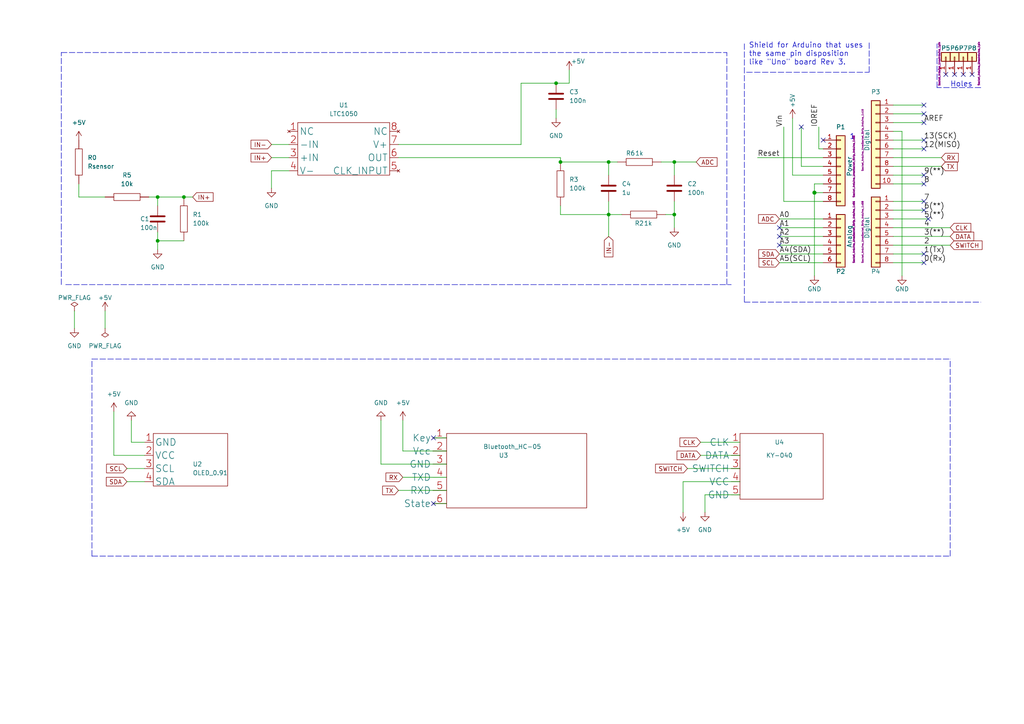
<source format=kicad_sch>
(kicad_sch (version 20211123) (generator eeschema)

  (uuid e63e39d7-6ac0-4ffd-8aa3-1841a4541b55)

  (paper "A4")

  (title_block
    (date "lun. 30 mars 2015")
  )

  (lib_symbols
    (symbol "Connector_Generic:Conn_01x01" (pin_names (offset 1.016) hide) (in_bom yes) (on_board yes)
      (property "Reference" "J" (id 0) (at 0 2.54 0)
        (effects (font (size 1.27 1.27)))
      )
      (property "Value" "Conn_01x01" (id 1) (at 0 -2.54 0)
        (effects (font (size 1.27 1.27)))
      )
      (property "Footprint" "" (id 2) (at 0 0 0)
        (effects (font (size 1.27 1.27)) hide)
      )
      (property "Datasheet" "~" (id 3) (at 0 0 0)
        (effects (font (size 1.27 1.27)) hide)
      )
      (property "ki_keywords" "connector" (id 4) (at 0 0 0)
        (effects (font (size 1.27 1.27)) hide)
      )
      (property "ki_description" "Generic connector, single row, 01x01, script generated (kicad-library-utils/schlib/autogen/connector/)" (id 5) (at 0 0 0)
        (effects (font (size 1.27 1.27)) hide)
      )
      (property "ki_fp_filters" "Connector*:*_1x??_*" (id 6) (at 0 0 0)
        (effects (font (size 1.27 1.27)) hide)
      )
      (symbol "Conn_01x01_1_1"
        (rectangle (start -1.27 0.127) (end 0 -0.127)
          (stroke (width 0.1524) (type default) (color 0 0 0 0))
          (fill (type none))
        )
        (rectangle (start -1.27 1.27) (end 1.27 -1.27)
          (stroke (width 0.254) (type default) (color 0 0 0 0))
          (fill (type background))
        )
        (pin passive line (at -5.08 0 0) (length 3.81)
          (name "Pin_1" (effects (font (size 1.27 1.27))))
          (number "1" (effects (font (size 1.27 1.27))))
        )
      )
    )
    (symbol "Connector_Generic:Conn_01x06" (pin_names (offset 1.016) hide) (in_bom yes) (on_board yes)
      (property "Reference" "J" (id 0) (at 0 7.62 0)
        (effects (font (size 1.27 1.27)))
      )
      (property "Value" "Conn_01x06" (id 1) (at 0 -10.16 0)
        (effects (font (size 1.27 1.27)))
      )
      (property "Footprint" "" (id 2) (at 0 0 0)
        (effects (font (size 1.27 1.27)) hide)
      )
      (property "Datasheet" "~" (id 3) (at 0 0 0)
        (effects (font (size 1.27 1.27)) hide)
      )
      (property "ki_keywords" "connector" (id 4) (at 0 0 0)
        (effects (font (size 1.27 1.27)) hide)
      )
      (property "ki_description" "Generic connector, single row, 01x06, script generated (kicad-library-utils/schlib/autogen/connector/)" (id 5) (at 0 0 0)
        (effects (font (size 1.27 1.27)) hide)
      )
      (property "ki_fp_filters" "Connector*:*_1x??_*" (id 6) (at 0 0 0)
        (effects (font (size 1.27 1.27)) hide)
      )
      (symbol "Conn_01x06_1_1"
        (rectangle (start -1.27 -7.493) (end 0 -7.747)
          (stroke (width 0.1524) (type default) (color 0 0 0 0))
          (fill (type none))
        )
        (rectangle (start -1.27 -4.953) (end 0 -5.207)
          (stroke (width 0.1524) (type default) (color 0 0 0 0))
          (fill (type none))
        )
        (rectangle (start -1.27 -2.413) (end 0 -2.667)
          (stroke (width 0.1524) (type default) (color 0 0 0 0))
          (fill (type none))
        )
        (rectangle (start -1.27 0.127) (end 0 -0.127)
          (stroke (width 0.1524) (type default) (color 0 0 0 0))
          (fill (type none))
        )
        (rectangle (start -1.27 2.667) (end 0 2.413)
          (stroke (width 0.1524) (type default) (color 0 0 0 0))
          (fill (type none))
        )
        (rectangle (start -1.27 5.207) (end 0 4.953)
          (stroke (width 0.1524) (type default) (color 0 0 0 0))
          (fill (type none))
        )
        (rectangle (start -1.27 6.35) (end 1.27 -8.89)
          (stroke (width 0.254) (type default) (color 0 0 0 0))
          (fill (type background))
        )
        (pin passive line (at -5.08 5.08 0) (length 3.81)
          (name "Pin_1" (effects (font (size 1.27 1.27))))
          (number "1" (effects (font (size 1.27 1.27))))
        )
        (pin passive line (at -5.08 2.54 0) (length 3.81)
          (name "Pin_2" (effects (font (size 1.27 1.27))))
          (number "2" (effects (font (size 1.27 1.27))))
        )
        (pin passive line (at -5.08 0 0) (length 3.81)
          (name "Pin_3" (effects (font (size 1.27 1.27))))
          (number "3" (effects (font (size 1.27 1.27))))
        )
        (pin passive line (at -5.08 -2.54 0) (length 3.81)
          (name "Pin_4" (effects (font (size 1.27 1.27))))
          (number "4" (effects (font (size 1.27 1.27))))
        )
        (pin passive line (at -5.08 -5.08 0) (length 3.81)
          (name "Pin_5" (effects (font (size 1.27 1.27))))
          (number "5" (effects (font (size 1.27 1.27))))
        )
        (pin passive line (at -5.08 -7.62 0) (length 3.81)
          (name "Pin_6" (effects (font (size 1.27 1.27))))
          (number "6" (effects (font (size 1.27 1.27))))
        )
      )
    )
    (symbol "Connector_Generic:Conn_01x08" (pin_names (offset 1.016) hide) (in_bom yes) (on_board yes)
      (property "Reference" "J" (id 0) (at 0 10.16 0)
        (effects (font (size 1.27 1.27)))
      )
      (property "Value" "Conn_01x08" (id 1) (at 0 -12.7 0)
        (effects (font (size 1.27 1.27)))
      )
      (property "Footprint" "" (id 2) (at 0 0 0)
        (effects (font (size 1.27 1.27)) hide)
      )
      (property "Datasheet" "~" (id 3) (at 0 0 0)
        (effects (font (size 1.27 1.27)) hide)
      )
      (property "ki_keywords" "connector" (id 4) (at 0 0 0)
        (effects (font (size 1.27 1.27)) hide)
      )
      (property "ki_description" "Generic connector, single row, 01x08, script generated (kicad-library-utils/schlib/autogen/connector/)" (id 5) (at 0 0 0)
        (effects (font (size 1.27 1.27)) hide)
      )
      (property "ki_fp_filters" "Connector*:*_1x??_*" (id 6) (at 0 0 0)
        (effects (font (size 1.27 1.27)) hide)
      )
      (symbol "Conn_01x08_1_1"
        (rectangle (start -1.27 -10.033) (end 0 -10.287)
          (stroke (width 0.1524) (type default) (color 0 0 0 0))
          (fill (type none))
        )
        (rectangle (start -1.27 -7.493) (end 0 -7.747)
          (stroke (width 0.1524) (type default) (color 0 0 0 0))
          (fill (type none))
        )
        (rectangle (start -1.27 -4.953) (end 0 -5.207)
          (stroke (width 0.1524) (type default) (color 0 0 0 0))
          (fill (type none))
        )
        (rectangle (start -1.27 -2.413) (end 0 -2.667)
          (stroke (width 0.1524) (type default) (color 0 0 0 0))
          (fill (type none))
        )
        (rectangle (start -1.27 0.127) (end 0 -0.127)
          (stroke (width 0.1524) (type default) (color 0 0 0 0))
          (fill (type none))
        )
        (rectangle (start -1.27 2.667) (end 0 2.413)
          (stroke (width 0.1524) (type default) (color 0 0 0 0))
          (fill (type none))
        )
        (rectangle (start -1.27 5.207) (end 0 4.953)
          (stroke (width 0.1524) (type default) (color 0 0 0 0))
          (fill (type none))
        )
        (rectangle (start -1.27 7.747) (end 0 7.493)
          (stroke (width 0.1524) (type default) (color 0 0 0 0))
          (fill (type none))
        )
        (rectangle (start -1.27 8.89) (end 1.27 -11.43)
          (stroke (width 0.254) (type default) (color 0 0 0 0))
          (fill (type background))
        )
        (pin passive line (at -5.08 7.62 0) (length 3.81)
          (name "Pin_1" (effects (font (size 1.27 1.27))))
          (number "1" (effects (font (size 1.27 1.27))))
        )
        (pin passive line (at -5.08 5.08 0) (length 3.81)
          (name "Pin_2" (effects (font (size 1.27 1.27))))
          (number "2" (effects (font (size 1.27 1.27))))
        )
        (pin passive line (at -5.08 2.54 0) (length 3.81)
          (name "Pin_3" (effects (font (size 1.27 1.27))))
          (number "3" (effects (font (size 1.27 1.27))))
        )
        (pin passive line (at -5.08 0 0) (length 3.81)
          (name "Pin_4" (effects (font (size 1.27 1.27))))
          (number "4" (effects (font (size 1.27 1.27))))
        )
        (pin passive line (at -5.08 -2.54 0) (length 3.81)
          (name "Pin_5" (effects (font (size 1.27 1.27))))
          (number "5" (effects (font (size 1.27 1.27))))
        )
        (pin passive line (at -5.08 -5.08 0) (length 3.81)
          (name "Pin_6" (effects (font (size 1.27 1.27))))
          (number "6" (effects (font (size 1.27 1.27))))
        )
        (pin passive line (at -5.08 -7.62 0) (length 3.81)
          (name "Pin_7" (effects (font (size 1.27 1.27))))
          (number "7" (effects (font (size 1.27 1.27))))
        )
        (pin passive line (at -5.08 -10.16 0) (length 3.81)
          (name "Pin_8" (effects (font (size 1.27 1.27))))
          (number "8" (effects (font (size 1.27 1.27))))
        )
      )
    )
    (symbol "Connector_Generic:Conn_01x10" (pin_names (offset 1.016) hide) (in_bom yes) (on_board yes)
      (property "Reference" "J" (id 0) (at 0 12.7 0)
        (effects (font (size 1.27 1.27)))
      )
      (property "Value" "Conn_01x10" (id 1) (at 0 -15.24 0)
        (effects (font (size 1.27 1.27)))
      )
      (property "Footprint" "" (id 2) (at 0 0 0)
        (effects (font (size 1.27 1.27)) hide)
      )
      (property "Datasheet" "~" (id 3) (at 0 0 0)
        (effects (font (size 1.27 1.27)) hide)
      )
      (property "ki_keywords" "connector" (id 4) (at 0 0 0)
        (effects (font (size 1.27 1.27)) hide)
      )
      (property "ki_description" "Generic connector, single row, 01x10, script generated (kicad-library-utils/schlib/autogen/connector/)" (id 5) (at 0 0 0)
        (effects (font (size 1.27 1.27)) hide)
      )
      (property "ki_fp_filters" "Connector*:*_1x??_*" (id 6) (at 0 0 0)
        (effects (font (size 1.27 1.27)) hide)
      )
      (symbol "Conn_01x10_1_1"
        (rectangle (start -1.27 -12.573) (end 0 -12.827)
          (stroke (width 0.1524) (type default) (color 0 0 0 0))
          (fill (type none))
        )
        (rectangle (start -1.27 -10.033) (end 0 -10.287)
          (stroke (width 0.1524) (type default) (color 0 0 0 0))
          (fill (type none))
        )
        (rectangle (start -1.27 -7.493) (end 0 -7.747)
          (stroke (width 0.1524) (type default) (color 0 0 0 0))
          (fill (type none))
        )
        (rectangle (start -1.27 -4.953) (end 0 -5.207)
          (stroke (width 0.1524) (type default) (color 0 0 0 0))
          (fill (type none))
        )
        (rectangle (start -1.27 -2.413) (end 0 -2.667)
          (stroke (width 0.1524) (type default) (color 0 0 0 0))
          (fill (type none))
        )
        (rectangle (start -1.27 0.127) (end 0 -0.127)
          (stroke (width 0.1524) (type default) (color 0 0 0 0))
          (fill (type none))
        )
        (rectangle (start -1.27 2.667) (end 0 2.413)
          (stroke (width 0.1524) (type default) (color 0 0 0 0))
          (fill (type none))
        )
        (rectangle (start -1.27 5.207) (end 0 4.953)
          (stroke (width 0.1524) (type default) (color 0 0 0 0))
          (fill (type none))
        )
        (rectangle (start -1.27 7.747) (end 0 7.493)
          (stroke (width 0.1524) (type default) (color 0 0 0 0))
          (fill (type none))
        )
        (rectangle (start -1.27 10.287) (end 0 10.033)
          (stroke (width 0.1524) (type default) (color 0 0 0 0))
          (fill (type none))
        )
        (rectangle (start -1.27 11.43) (end 1.27 -13.97)
          (stroke (width 0.254) (type default) (color 0 0 0 0))
          (fill (type background))
        )
        (pin passive line (at -5.08 10.16 0) (length 3.81)
          (name "Pin_1" (effects (font (size 1.27 1.27))))
          (number "1" (effects (font (size 1.27 1.27))))
        )
        (pin passive line (at -5.08 -12.7 0) (length 3.81)
          (name "Pin_10" (effects (font (size 1.27 1.27))))
          (number "10" (effects (font (size 1.27 1.27))))
        )
        (pin passive line (at -5.08 7.62 0) (length 3.81)
          (name "Pin_2" (effects (font (size 1.27 1.27))))
          (number "2" (effects (font (size 1.27 1.27))))
        )
        (pin passive line (at -5.08 5.08 0) (length 3.81)
          (name "Pin_3" (effects (font (size 1.27 1.27))))
          (number "3" (effects (font (size 1.27 1.27))))
        )
        (pin passive line (at -5.08 2.54 0) (length 3.81)
          (name "Pin_4" (effects (font (size 1.27 1.27))))
          (number "4" (effects (font (size 1.27 1.27))))
        )
        (pin passive line (at -5.08 0 0) (length 3.81)
          (name "Pin_5" (effects (font (size 1.27 1.27))))
          (number "5" (effects (font (size 1.27 1.27))))
        )
        (pin passive line (at -5.08 -2.54 0) (length 3.81)
          (name "Pin_6" (effects (font (size 1.27 1.27))))
          (number "6" (effects (font (size 1.27 1.27))))
        )
        (pin passive line (at -5.08 -5.08 0) (length 3.81)
          (name "Pin_7" (effects (font (size 1.27 1.27))))
          (number "7" (effects (font (size 1.27 1.27))))
        )
        (pin passive line (at -5.08 -7.62 0) (length 3.81)
          (name "Pin_8" (effects (font (size 1.27 1.27))))
          (number "8" (effects (font (size 1.27 1.27))))
        )
        (pin passive line (at -5.08 -10.16 0) (length 3.81)
          (name "Pin_9" (effects (font (size 1.27 1.27))))
          (number "9" (effects (font (size 1.27 1.27))))
        )
      )
    )
    (symbol "Device:C" (pin_numbers hide) (pin_names (offset 0.254)) (in_bom yes) (on_board yes)
      (property "Reference" "C" (id 0) (at 0.635 2.54 0)
        (effects (font (size 1.27 1.27)) (justify left))
      )
      (property "Value" "C" (id 1) (at 0.635 -2.54 0)
        (effects (font (size 1.27 1.27)) (justify left))
      )
      (property "Footprint" "" (id 2) (at 0.9652 -3.81 0)
        (effects (font (size 1.27 1.27)) hide)
      )
      (property "Datasheet" "~" (id 3) (at 0 0 0)
        (effects (font (size 1.27 1.27)) hide)
      )
      (property "ki_keywords" "cap capacitor" (id 4) (at 0 0 0)
        (effects (font (size 1.27 1.27)) hide)
      )
      (property "ki_description" "Unpolarized capacitor" (id 5) (at 0 0 0)
        (effects (font (size 1.27 1.27)) hide)
      )
      (property "ki_fp_filters" "C_*" (id 6) (at 0 0 0)
        (effects (font (size 1.27 1.27)) hide)
      )
      (symbol "C_0_1"
        (polyline
          (pts
            (xy -2.032 -0.762)
            (xy 2.032 -0.762)
          )
          (stroke (width 0.508) (type default) (color 0 0 0 0))
          (fill (type none))
        )
        (polyline
          (pts
            (xy -2.032 0.762)
            (xy 2.032 0.762)
          )
          (stroke (width 0.508) (type default) (color 0 0 0 0))
          (fill (type none))
        )
      )
      (symbol "C_1_1"
        (pin passive line (at 0 3.81 270) (length 2.794)
          (name "~" (effects (font (size 1.27 1.27))))
          (number "1" (effects (font (size 1.27 1.27))))
        )
        (pin passive line (at 0 -3.81 90) (length 2.794)
          (name "~" (effects (font (size 1.27 1.27))))
          (number "2" (effects (font (size 1.27 1.27))))
        )
      )
    )
    (symbol "New_Library:Bluetooth_HC-05" (in_bom yes) (on_board yes)
      (property "Reference" "U" (id 0) (at 0 1.27 0)
        (effects (font (size 1.27 1.27)))
      )
      (property "Value" "Bluetooth_HC-05" (id 1) (at 0 -1.27 0)
        (effects (font (size 1.27 1.27)))
      )
      (property "Footprint" "" (id 2) (at 0 0 0)
        (effects (font (size 1.27 1.27)) hide)
      )
      (property "Datasheet" "" (id 3) (at 0 0 0)
        (effects (font (size 1.27 1.27)) hide)
      )
      (symbol "Bluetooth_HC-05_0_1"
        (rectangle (start -19.05 10.16) (end 21.59 -11.43)
          (stroke (width 0) (type default) (color 0 0 0 0))
          (fill (type none))
        )
      )
      (symbol "Bluetooth_HC-05_1_1"
        (pin input line (at -19.05 8.89 180) (length 4)
          (name "Key" (effects (font (size 2 2))))
          (number "1" (effects (font (size 2 2))))
        )
        (pin input line (at -19.05 5.08 180) (length 4)
          (name "Vcc" (effects (font (size 2 2))))
          (number "2" (effects (font (size 2 2))))
        )
        (pin input line (at -19.05 1.27 180) (length 4)
          (name "GND" (effects (font (size 2 2))))
          (number "3" (effects (font (size 2 2))))
        )
        (pin output line (at -19.05 -2.54 180) (length 4)
          (name "TXD" (effects (font (size 2 2))))
          (number "4" (effects (font (size 2 2))))
        )
        (pin input line (at -19.05 -6.35 180) (length 4)
          (name "RXD" (effects (font (size 2 2))))
          (number "5" (effects (font (size 2 2))))
        )
        (pin input line (at -19.05 -10.16 180) (length 4)
          (name "State" (effects (font (size 2 2))))
          (number "6" (effects (font (size 2 2))))
        )
      )
    )
    (symbol "New_Library:KY-040" (in_bom yes) (on_board yes)
      (property "Reference" "U" (id 0) (at 0 2.54 0)
        (effects (font (size 1.27 1.27)))
      )
      (property "Value" "KY-040" (id 1) (at 0 0 0)
        (effects (font (size 1.27 1.27)))
      )
      (property "Footprint" "" (id 2) (at 0 0 0)
        (effects (font (size 1.27 1.27)) hide)
      )
      (property "Datasheet" "" (id 3) (at 0 0 0)
        (effects (font (size 1.27 1.27)) hide)
      )
      (symbol "KY-040_0_1"
        (rectangle (start -11.43 8.89) (end 12.7 -10.16)
          (stroke (width 0) (type default) (color 0 0 0 0))
          (fill (type none))
        )
      )
      (symbol "KY-040_1_1"
        (pin input line (at -11.43 6.35 180) (length 2.54)
          (name "CLK" (effects (font (size 2 2))))
          (number "1" (effects (font (size 2 2))))
        )
        (pin output line (at -11.43 2.54 180) (length 2.54)
          (name "DATA" (effects (font (size 2 2))))
          (number "2" (effects (font (size 2 2))))
        )
        (pin input line (at -11.43 -1.27 180) (length 2.54)
          (name "SWITCH" (effects (font (size 2 2))))
          (number "3" (effects (font (size 2 2))))
        )
        (pin input line (at -11.43 -5.08 180) (length 2.54)
          (name "VCC" (effects (font (size 2 2))))
          (number "4" (effects (font (size 2 2))))
        )
        (pin input line (at -11.43 -8.89 180) (length 2.54)
          (name "GND" (effects (font (size 2 2))))
          (number "5" (effects (font (size 2 2))))
        )
      )
    )
    (symbol "New_Library:LTC1050" (in_bom yes) (on_board yes)
      (property "Reference" "U" (id 0) (at -5.08 0 0)
        (effects (font (size 1.27 1.27)))
      )
      (property "Value" "LTC1050" (id 1) (at 0 0 0)
        (effects (font (size 1.27 1.27)))
      )
      (property "Footprint" "" (id 2) (at -3.81 0 0)
        (effects (font (size 1.27 1.27)) hide)
      )
      (property "Datasheet" "" (id 3) (at -3.81 0 0)
        (effects (font (size 1.27 1.27)) hide)
      )
      (symbol "LTC1050_0_1"
        (rectangle (start -13.97 7.62) (end 12.7 -7.62)
          (stroke (width 0) (type default) (color 0 0 0 0))
          (fill (type none))
        )
      )
      (symbol "LTC1050_1_1"
        (pin no_connect line (at -16.51 5.08 0) (length 2.54)
          (name "NC" (effects (font (size 2 2))))
          (number "1" (effects (font (size 2 2))))
        )
        (pin input line (at -16.51 1.27 0) (length 2.54)
          (name "-IN" (effects (font (size 2 2))))
          (number "2" (effects (font (size 2 2))))
        )
        (pin input line (at -16.51 -2.54 0) (length 2.54)
          (name "+IN" (effects (font (size 2 2))))
          (number "3" (effects (font (size 2 2))))
        )
        (pin input line (at -16.51 -6.35 0) (length 2.54)
          (name "V-" (effects (font (size 2 2))))
          (number "4" (effects (font (size 2 2))))
        )
        (pin no_connect line (at 15.24 -6.35 180) (length 2.54)
          (name "CLK_INPUT" (effects (font (size 2 2))))
          (number "5" (effects (font (size 2 2))))
        )
        (pin output line (at 15.24 -2.54 180) (length 2.54)
          (name "OUT" (effects (font (size 2 2))))
          (number "6" (effects (font (size 2 2))))
        )
        (pin input line (at 15.24 1.27 180) (length 2.54)
          (name "V+" (effects (font (size 2 2))))
          (number "7" (effects (font (size 2 2))))
        )
        (pin no_connect line (at 15.24 5.08 180) (length 2.54)
          (name "NC" (effects (font (size 2 2))))
          (number "8" (effects (font (size 2 2))))
        )
      )
    )
    (symbol "New_Library:OLED_0.91" (in_bom yes) (on_board yes)
      (property "Reference" "U" (id 0) (at 6.35 1.27 0)
        (effects (font (size 1.27 1.27)))
      )
      (property "Value" "OLED_0.91" (id 1) (at 2.54 -1.27 0)
        (effects (font (size 1.27 1.27)))
      )
      (property "Footprint" "" (id 2) (at 0 0 0)
        (effects (font (size 1.27 1.27)) hide)
      )
      (property "Datasheet" "" (id 3) (at 0 0 0)
        (effects (font (size 1.27 1.27)) hide)
      )
      (symbol "OLED_0.91_0_1"
        (rectangle (start -10.16 6.35) (end 11.43 -8.89)
          (stroke (width 0) (type default) (color 0 0 0 0))
          (fill (type none))
        )
      )
      (symbol "OLED_0.91_1_1"
        (pin input line (at -12.7 3.81 0) (length 2.54)
          (name "GND" (effects (font (size 2 2))))
          (number "1" (effects (font (size 2 2))))
        )
        (pin input line (at -12.7 0 0) (length 2.54)
          (name "VCC" (effects (font (size 2 2))))
          (number "2" (effects (font (size 2 2))))
        )
        (pin input line (at -12.7 -3.81 0) (length 2.54)
          (name "SCL" (effects (font (size 2 2))))
          (number "3" (effects (font (size 2 2))))
        )
        (pin input line (at -12.7 -7.62 0) (length 2.54)
          (name "SDA" (effects (font (size 2 2))))
          (number "4" (effects (font (size 2 2))))
        )
      )
    )
    (symbol "power:+5V" (power) (pin_names (offset 0)) (in_bom yes) (on_board yes)
      (property "Reference" "#PWR" (id 0) (at 0 -3.81 0)
        (effects (font (size 1.27 1.27)) hide)
      )
      (property "Value" "+5V" (id 1) (at 0 3.556 0)
        (effects (font (size 1.27 1.27)))
      )
      (property "Footprint" "" (id 2) (at 0 0 0)
        (effects (font (size 1.27 1.27)) hide)
      )
      (property "Datasheet" "" (id 3) (at 0 0 0)
        (effects (font (size 1.27 1.27)) hide)
      )
      (property "ki_keywords" "power-flag" (id 4) (at 0 0 0)
        (effects (font (size 1.27 1.27)) hide)
      )
      (property "ki_description" "Power symbol creates a global label with name \"+5V\"" (id 5) (at 0 0 0)
        (effects (font (size 1.27 1.27)) hide)
      )
      (symbol "+5V_0_1"
        (polyline
          (pts
            (xy -0.762 1.27)
            (xy 0 2.54)
          )
          (stroke (width 0) (type default) (color 0 0 0 0))
          (fill (type none))
        )
        (polyline
          (pts
            (xy 0 0)
            (xy 0 2.54)
          )
          (stroke (width 0) (type default) (color 0 0 0 0))
          (fill (type none))
        )
        (polyline
          (pts
            (xy 0 2.54)
            (xy 0.762 1.27)
          )
          (stroke (width 0) (type default) (color 0 0 0 0))
          (fill (type none))
        )
      )
      (symbol "+5V_1_1"
        (pin power_in line (at 0 0 90) (length 0) hide
          (name "+5V" (effects (font (size 1.27 1.27))))
          (number "1" (effects (font (size 1.27 1.27))))
        )
      )
    )
    (symbol "power:GND" (power) (pin_names (offset 0)) (in_bom yes) (on_board yes)
      (property "Reference" "#PWR" (id 0) (at 0 -6.35 0)
        (effects (font (size 1.27 1.27)) hide)
      )
      (property "Value" "GND" (id 1) (at 0 -3.81 0)
        (effects (font (size 1.27 1.27)))
      )
      (property "Footprint" "" (id 2) (at 0 0 0)
        (effects (font (size 1.27 1.27)) hide)
      )
      (property "Datasheet" "" (id 3) (at 0 0 0)
        (effects (font (size 1.27 1.27)) hide)
      )
      (property "ki_keywords" "power-flag" (id 4) (at 0 0 0)
        (effects (font (size 1.27 1.27)) hide)
      )
      (property "ki_description" "Power symbol creates a global label with name \"GND\" , ground" (id 5) (at 0 0 0)
        (effects (font (size 1.27 1.27)) hide)
      )
      (symbol "GND_0_1"
        (polyline
          (pts
            (xy 0 0)
            (xy 0 -1.27)
            (xy 1.27 -1.27)
            (xy 0 -2.54)
            (xy -1.27 -1.27)
            (xy 0 -1.27)
          )
          (stroke (width 0) (type default) (color 0 0 0 0))
          (fill (type none))
        )
      )
      (symbol "GND_1_1"
        (pin power_in line (at 0 0 270) (length 0) hide
          (name "GND" (effects (font (size 1.27 1.27))))
          (number "1" (effects (font (size 1.27 1.27))))
        )
      )
    )
    (symbol "power:PWR_FLAG" (power) (pin_numbers hide) (pin_names (offset 0) hide) (in_bom yes) (on_board yes)
      (property "Reference" "#FLG" (id 0) (at 0 1.905 0)
        (effects (font (size 1.27 1.27)) hide)
      )
      (property "Value" "PWR_FLAG" (id 1) (at 0 3.81 0)
        (effects (font (size 1.27 1.27)))
      )
      (property "Footprint" "" (id 2) (at 0 0 0)
        (effects (font (size 1.27 1.27)) hide)
      )
      (property "Datasheet" "~" (id 3) (at 0 0 0)
        (effects (font (size 1.27 1.27)) hide)
      )
      (property "ki_keywords" "power-flag" (id 4) (at 0 0 0)
        (effects (font (size 1.27 1.27)) hide)
      )
      (property "ki_description" "Special symbol for telling ERC where power comes from" (id 5) (at 0 0 0)
        (effects (font (size 1.27 1.27)) hide)
      )
      (symbol "PWR_FLAG_0_0"
        (pin power_out line (at 0 0 90) (length 0)
          (name "pwr" (effects (font (size 1.27 1.27))))
          (number "1" (effects (font (size 1.27 1.27))))
        )
      )
      (symbol "PWR_FLAG_0_1"
        (polyline
          (pts
            (xy 0 0)
            (xy 0 1.27)
            (xy -1.016 1.905)
            (xy 0 2.54)
            (xy 1.016 1.905)
            (xy 0 1.27)
          )
          (stroke (width 0) (type default) (color 0 0 0 0))
          (fill (type none))
        )
      )
    )
    (symbol "pspice:R" (pin_numbers hide) (pin_names (offset 0)) (in_bom yes) (on_board yes)
      (property "Reference" "R" (id 0) (at 2.032 0 90)
        (effects (font (size 1.27 1.27)))
      )
      (property "Value" "R" (id 1) (at 0 0 90)
        (effects (font (size 1.27 1.27)))
      )
      (property "Footprint" "" (id 2) (at 0 0 0)
        (effects (font (size 1.27 1.27)) hide)
      )
      (property "Datasheet" "~" (id 3) (at 0 0 0)
        (effects (font (size 1.27 1.27)) hide)
      )
      (property "ki_keywords" "resistor simulation" (id 4) (at 0 0 0)
        (effects (font (size 1.27 1.27)) hide)
      )
      (property "ki_description" "Resistor symbol for simulation only" (id 5) (at 0 0 0)
        (effects (font (size 1.27 1.27)) hide)
      )
      (symbol "R_0_1"
        (rectangle (start -1.016 3.81) (end 1.016 -3.81)
          (stroke (width 0) (type default) (color 0 0 0 0))
          (fill (type none))
        )
      )
      (symbol "R_1_1"
        (pin passive line (at 0 6.35 270) (length 2.54)
          (name "~" (effects (font (size 1.27 1.27))))
          (number "1" (effects (font (size 1.27 1.27))))
        )
        (pin passive line (at 0 -6.35 90) (length 2.54)
          (name "~" (effects (font (size 1.27 1.27))))
          (number "2" (effects (font (size 1.27 1.27))))
        )
      )
    )
  )

  (junction (at 45.72 57.15) (diameter 0) (color 0 0 0 0)
    (uuid 0e0c705e-9c75-4467-ae75-6e306b8c2692)
  )
  (junction (at 176.53 62.23) (diameter 0) (color 0 0 0 0)
    (uuid 35ea4ba5-e6b7-42b2-a105-8f05512eedff)
  )
  (junction (at 161.29 24.13) (diameter 0) (color 0 0 0 0)
    (uuid 51a558a1-0cf6-4e77-b5c9-138f16db15f2)
  )
  (junction (at 53.34 57.15) (diameter 0) (color 0 0 0 0)
    (uuid 5bf8ce82-da81-49a8-9097-1a88d5ab05ff)
  )
  (junction (at 45.72 69.85) (diameter 0) (color 0 0 0 0)
    (uuid 77949ee4-82b5-4fd5-adae-d258bdd42805)
  )
  (junction (at 176.53 46.99) (diameter 0) (color 0 0 0 0)
    (uuid c623b598-f0dc-4f7f-a8a0-b7e75dead288)
  )
  (junction (at 236.22 55.88) (diameter 1.016) (color 0 0 0 0)
    (uuid dd00c2e1-6027-4717-b312-4fab3ee52002)
  )
  (junction (at 162.56 46.99) (diameter 0) (color 0 0 0 0)
    (uuid e758db71-d129-4c35-93b7-ac48b3dbabd7)
  )
  (junction (at 195.58 62.23) (diameter 0) (color 0 0 0 0)
    (uuid ec08b659-5ee2-4a46-aa89-521b4b92599c)
  )
  (junction (at 195.58 46.99) (diameter 0) (color 0 0 0 0)
    (uuid f6463460-2f1c-454c-a7a7-cdcfcf903ec0)
  )

  (no_connect (at 226.06 68.58) (uuid 0920a8df-ff60-46be-a4f6-e21af4c9ca47))
  (no_connect (at 226.06 71.12) (uuid 094d2945-737c-46f1-8394-9f389b0be592))
  (no_connect (at 232.41 36.83) (uuid 16a3cd98-5845-4d91-bb2b-1d860ba9398b))
  (no_connect (at 267.97 53.34) (uuid 19a3403e-372d-4123-a3f1-ef9ee0feb60e))
  (no_connect (at 279.4 21.59) (uuid 1e6b0158-998f-479f-b5f3-a9a5c4344aa5))
  (no_connect (at 274.32 21.59) (uuid 21366241-88bb-42b5-950a-a4754adb3a1f))
  (no_connect (at 267.97 58.42) (uuid 28359d43-8bb1-4b16-b104-78699f730dfe))
  (no_connect (at 269.24 63.5) (uuid 3b310fe1-cfe0-43c6-a1f6-d396202787a0))
  (no_connect (at 267.97 40.64) (uuid 47683de5-61f0-4ee8-b7ab-3ad15501846a))
  (no_connect (at 276.86 21.59) (uuid 758fd30e-3356-4227-a550-77c711885a43))
  (no_connect (at 226.06 66.04) (uuid 7e7d102f-7d54-4312-90dc-f41713838620))
  (no_connect (at 267.97 33.02) (uuid 89b714d0-a96a-45d9-aada-054257a96b87))
  (no_connect (at 281.94 21.59) (uuid 8f403774-7818-41c9-9d2d-6d850f8c47f7))
  (no_connect (at 267.97 50.8) (uuid 94de3ec5-f7ac-4d2a-b244-8f3a0c131dfe))
  (no_connect (at 238.76 40.64) (uuid 9f0cde0b-9c6a-4eb9-a729-bc8288f3f315))
  (no_connect (at 267.97 35.56) (uuid 9f985122-d46c-4fd7-81ff-3c64f8f8dac3))
  (no_connect (at 267.97 60.96) (uuid a1b5d1e1-d2c9-4518-a7b9-f8cd2335caac))
  (no_connect (at 125.73 146.05) (uuid b3924c9c-d35c-4306-98ed-c709208b35e8))
  (no_connect (at 267.97 30.48) (uuid d462d3d3-f72d-4da5-ba63-9581787e3cbc))
  (no_connect (at 125.73 127) (uuid d81575c9-7d3b-487f-8640-d2d0a0bf1f6e))
  (no_connect (at 267.97 73.66) (uuid e2412592-6039-4180-8364-0573e4cfe196))
  (no_connect (at 267.97 76.2) (uuid e879d18e-84ec-4749-b57b-53a2a9e5e320))
  (no_connect (at 267.97 43.18) (uuid ea0479b5-6cf6-42ab-a996-c8208841f1fd))

  (wire (pts (xy 238.76 48.26) (xy 232.41 48.26))
    (stroke (width 0) (type solid) (color 0 0 0 0))
    (uuid 0757f431-c497-40d7-959f-e2313f119673)
  )
  (wire (pts (xy 238.76 71.12) (xy 226.06 71.12))
    (stroke (width 0) (type solid) (color 0 0 0 0))
    (uuid 0aedcc2d-5c81-44ad-9067-9f2bc34b25ff)
  )
  (polyline (pts (xy 19.05 82.55) (xy 212.09 82.55))
    (stroke (width 0) (type dash) (color 0 0 0 0))
    (uuid 0dabb31d-7bbc-4fb0-9144-c6368345dfaa)
  )
  (polyline (pts (xy 252.095 20.955) (xy 252.095 12.065))
    (stroke (width 0) (type dash) (color 0 0 0 0))
    (uuid 11c8e397-534c-4ca9-a2ff-2df4cd3a92c0)
  )

  (wire (pts (xy 176.53 46.99) (xy 176.53 50.8))
    (stroke (width 0) (type default) (color 0 0 0 0))
    (uuid 16f7014e-701e-4b99-97cd-351bf09ccf29)
  )
  (wire (pts (xy 161.29 24.13) (xy 165.1 24.13))
    (stroke (width 0) (type default) (color 0 0 0 0))
    (uuid 17f19a70-a365-42c5-a2cf-955c6176429f)
  )
  (wire (pts (xy 53.34 57.15) (xy 55.88 57.15))
    (stroke (width 0) (type default) (color 0 0 0 0))
    (uuid 180aa4db-4802-4d13-89d0-46bfd4d4dd85)
  )
  (wire (pts (xy 259.08 63.5) (xy 269.24 63.5))
    (stroke (width 0) (type solid) (color 0 0 0 0))
    (uuid 18ca34c7-1950-4d5c-9bbf-8aa0a2b56d25)
  )
  (wire (pts (xy 36.83 135.89) (xy 41.91 135.89))
    (stroke (width 0) (type default) (color 0 0 0 0))
    (uuid 19ac4c9a-a38f-4644-bf3e-f087833e2b99)
  )
  (wire (pts (xy 45.72 69.85) (xy 45.72 72.39))
    (stroke (width 0) (type default) (color 0 0 0 0))
    (uuid 19aff919-b110-420e-b0cb-34e0bd118740)
  )
  (polyline (pts (xy 17.78 15.24) (xy 210.82 15.24))
    (stroke (width 0) (type dash) (color 0 0 0 0))
    (uuid 1dabe416-3c9a-40a6-b308-c1be0b30f4b2)
  )

  (wire (pts (xy 22.86 53.34) (xy 22.86 57.15))
    (stroke (width 0) (type default) (color 0 0 0 0))
    (uuid 1f1d7fc4-aa8a-4196-9212-67f9524aacb6)
  )
  (wire (pts (xy 115.57 41.91) (xy 151.13 41.91))
    (stroke (width 0) (type default) (color 0 0 0 0))
    (uuid 262a02ed-50d5-4e1d-b957-55e9d40222f0)
  )
  (wire (pts (xy 41.91 132.08) (xy 33.02 132.08))
    (stroke (width 0) (type default) (color 0 0 0 0))
    (uuid 2cf0ae5a-7e02-4df0-abef-fb057cff4b7c)
  )
  (wire (pts (xy 236.22 53.34) (xy 236.22 55.88))
    (stroke (width 0) (type solid) (color 0 0 0 0))
    (uuid 336c97b9-538f-4574-a297-e9441308128a)
  )
  (wire (pts (xy 193.04 62.23) (xy 195.58 62.23))
    (stroke (width 0) (type default) (color 0 0 0 0))
    (uuid 3413f8f5-f203-4e94-9db0-2586b7bf86ca)
  )
  (wire (pts (xy 204.47 143.51) (xy 204.47 148.59))
    (stroke (width 0) (type default) (color 0 0 0 0))
    (uuid 3500e1d2-0b86-42f2-82ca-8a0980714565)
  )
  (wire (pts (xy 214.63 139.7) (xy 198.12 139.7))
    (stroke (width 0) (type default) (color 0 0 0 0))
    (uuid 35cc73d1-311c-459c-97be-8e53c86cc1e5)
  )
  (wire (pts (xy 203.2 128.27) (xy 214.63 128.27))
    (stroke (width 0) (type default) (color 0 0 0 0))
    (uuid 38b56826-658c-4a27-8aaa-bab3e8dacfcf)
  )
  (wire (pts (xy 43.18 57.15) (xy 45.72 57.15))
    (stroke (width 0) (type default) (color 0 0 0 0))
    (uuid 3c68b5fd-f887-46ee-8662-d190bea7b712)
  )
  (wire (pts (xy 259.08 43.18) (xy 267.97 43.18))
    (stroke (width 0) (type solid) (color 0 0 0 0))
    (uuid 3d0bcd1c-31fa-4001-872f-3afc2035ff3c)
  )
  (wire (pts (xy 261.62 38.1) (xy 261.62 80.01))
    (stroke (width 0) (type solid) (color 0 0 0 0))
    (uuid 3ea2cac2-ec24-4c1b-ba72-a41e73570c6e)
  )
  (wire (pts (xy 238.76 53.34) (xy 236.22 53.34))
    (stroke (width 0) (type solid) (color 0 0 0 0))
    (uuid 3f87af4b-1ede-4942-9ad3-8dc552d70c71)
  )
  (wire (pts (xy 195.58 46.99) (xy 201.93 46.99))
    (stroke (width 0) (type default) (color 0 0 0 0))
    (uuid 4bade3cb-375b-4dd0-8014-c799d36635d7)
  )
  (wire (pts (xy 110.49 121.92) (xy 110.49 134.62))
    (stroke (width 0) (type default) (color 0 0 0 0))
    (uuid 4fe140ff-5cb9-4d24-8dcd-f8c9e05dba5e)
  )
  (wire (pts (xy 259.08 53.34) (xy 267.97 53.34))
    (stroke (width 0) (type solid) (color 0 0 0 0))
    (uuid 50d665e7-0327-4a60-954f-50d92b9d42a4)
  )
  (wire (pts (xy 237.49 43.18) (xy 238.76 43.18))
    (stroke (width 0) (type solid) (color 0 0 0 0))
    (uuid 51361c11-8657-4912-9f76-0970acb41e8f)
  )
  (wire (pts (xy 110.49 134.62) (xy 129.54 134.62))
    (stroke (width 0) (type default) (color 0 0 0 0))
    (uuid 51c01a36-d471-40d2-b107-257a0dffd08b)
  )
  (wire (pts (xy 238.76 50.8) (xy 229.87 50.8))
    (stroke (width 0) (type solid) (color 0 0 0 0))
    (uuid 522d977e-46c5-4026-81ac-3681544b1781)
  )
  (wire (pts (xy 78.74 49.53) (xy 78.74 54.61))
    (stroke (width 0) (type default) (color 0 0 0 0))
    (uuid 52d18b21-e144-4d69-8245-2e36dd3b81c6)
  )
  (polyline (pts (xy 26.67 104.14) (xy 275.59 104.14))
    (stroke (width 0) (type dash) (color 0 0 0 0))
    (uuid 5e37a2f1-8966-4c67-87a9-8e8aa51cce4d)
  )

  (wire (pts (xy 176.53 46.99) (xy 179.07 46.99))
    (stroke (width 0) (type default) (color 0 0 0 0))
    (uuid 5e7027b9-68c3-4651-8022-b906178d52c0)
  )
  (wire (pts (xy 259.08 40.64) (xy 267.97 40.64))
    (stroke (width 0) (type solid) (color 0 0 0 0))
    (uuid 5fbd8995-f7e4-4120-b746-a46c215926cb)
  )
  (wire (pts (xy 259.08 58.42) (xy 267.97 58.42))
    (stroke (width 0) (type solid) (color 0 0 0 0))
    (uuid 64bb48d7-253a-4034-b06b-c11f4dc6113e)
  )
  (wire (pts (xy 238.76 66.04) (xy 226.06 66.04))
    (stroke (width 0) (type solid) (color 0 0 0 0))
    (uuid 64c8ccb5-eb16-41c0-b485-071bc686fac4)
  )
  (wire (pts (xy 162.56 45.72) (xy 162.56 46.99))
    (stroke (width 0) (type default) (color 0 0 0 0))
    (uuid 6729f207-2061-404d-9530-24e53ed85c12)
  )
  (wire (pts (xy 259.08 30.48) (xy 267.97 30.48))
    (stroke (width 0) (type solid) (color 0 0 0 0))
    (uuid 67fd595c-eaf3-4222-9ac5-2f907dce2865)
  )
  (wire (pts (xy 162.56 46.99) (xy 176.53 46.99))
    (stroke (width 0) (type default) (color 0 0 0 0))
    (uuid 6b289472-2d4d-434e-a2f6-ff5bac177332)
  )
  (wire (pts (xy 259.08 71.12) (xy 275.59 71.12))
    (stroke (width 0) (type solid) (color 0 0 0 0))
    (uuid 6f1162fd-5e62-4249-9fe6-d9d74bb2238f)
  )
  (wire (pts (xy 151.13 24.13) (xy 161.29 24.13))
    (stroke (width 0) (type default) (color 0 0 0 0))
    (uuid 7568057f-8b77-454f-bbf3-82199ea65088)
  )
  (wire (pts (xy 33.02 132.08) (xy 33.02 119.38))
    (stroke (width 0) (type default) (color 0 0 0 0))
    (uuid 77d72da9-c290-4a7c-bf91-afdd45ab02c8)
  )
  (wire (pts (xy 238.76 58.42) (xy 227.33 58.42))
    (stroke (width 0) (type solid) (color 0 0 0 0))
    (uuid 799381b9-f766-4dc2-9410-88bc6d44b8c7)
  )
  (wire (pts (xy 161.29 31.75) (xy 161.29 34.29))
    (stroke (width 0) (type default) (color 0 0 0 0))
    (uuid 79c326dc-45ff-47fe-9248-fa30b8d3bfca)
  )
  (polyline (pts (xy 26.67 161.29) (xy 26.67 104.14))
    (stroke (width 0) (type dash) (color 0 0 0 0))
    (uuid 7c5c4519-e822-44fc-9e3e-b69f300ce324)
  )

  (wire (pts (xy 22.86 57.15) (xy 30.48 57.15))
    (stroke (width 0) (type default) (color 0 0 0 0))
    (uuid 7d7b49bd-1395-4793-957d-7d4450035b20)
  )
  (wire (pts (xy 176.53 62.23) (xy 180.34 62.23))
    (stroke (width 0) (type default) (color 0 0 0 0))
    (uuid 85571746-b3dc-48c9-a458-3cb0345534f1)
  )
  (wire (pts (xy 151.13 41.91) (xy 151.13 24.13))
    (stroke (width 0) (type default) (color 0 0 0 0))
    (uuid 8915acbf-7f1d-427f-aefd-a3b672444ae5)
  )
  (wire (pts (xy 115.57 142.24) (xy 129.54 142.24))
    (stroke (width 0) (type default) (color 0 0 0 0))
    (uuid 8a9d56ce-124a-47a4-9886-7d4c4275d7a7)
  )
  (wire (pts (xy 238.76 63.5) (xy 226.06 63.5))
    (stroke (width 0) (type solid) (color 0 0 0 0))
    (uuid 8c41992f-35df-4e1c-93c0-0e28391377a5)
  )
  (wire (pts (xy 195.58 46.99) (xy 195.58 50.8))
    (stroke (width 0) (type default) (color 0 0 0 0))
    (uuid 8cef8be3-4d28-4b17-94b3-7e9e2b505dca)
  )
  (wire (pts (xy 45.72 69.85) (xy 53.34 69.85))
    (stroke (width 0) (type default) (color 0 0 0 0))
    (uuid 8ee850cb-1620-46c9-836f-3876a8accea4)
  )
  (wire (pts (xy 116.84 130.81) (xy 129.54 130.81))
    (stroke (width 0) (type default) (color 0 0 0 0))
    (uuid 92d95411-c32e-44bf-ad3e-074ed9e21bd2)
  )
  (wire (pts (xy 259.08 45.72) (xy 273.05 45.72))
    (stroke (width 0) (type solid) (color 0 0 0 0))
    (uuid 93a46a5b-e345-4b82-8340-0803e9905811)
  )
  (wire (pts (xy 238.76 73.66) (xy 226.06 73.66))
    (stroke (width 0) (type solid) (color 0 0 0 0))
    (uuid 93c3ac5e-2cbb-49f8-9b4c-e82d1ab8f617)
  )
  (wire (pts (xy 45.72 67.31) (xy 45.72 69.85))
    (stroke (width 0) (type default) (color 0 0 0 0))
    (uuid 968491a4-a065-42ea-8954-90bdb1b41eb0)
  )
  (polyline (pts (xy 284.48 25.4) (xy 271.78 25.4))
    (stroke (width 0) (type dash) (color 0 0 0 0))
    (uuid 977c694c-cd71-4d93-a876-1a6191e5963d)
  )

  (wire (pts (xy 38.1 121.92) (xy 38.1 128.27))
    (stroke (width 0) (type default) (color 0 0 0 0))
    (uuid 980db813-4626-465f-bba9-fbc0efba8df8)
  )
  (wire (pts (xy 125.73 127) (xy 129.54 127))
    (stroke (width 0) (type default) (color 0 0 0 0))
    (uuid 9b291a0d-0428-4880-9c74-dd76a7f2a3fd)
  )
  (wire (pts (xy 238.76 45.72) (xy 219.71 45.72))
    (stroke (width 0) (type solid) (color 0 0 0 0))
    (uuid 9c80893f-4ab6-4fdf-8442-6a88dbc62a75)
  )
  (wire (pts (xy 259.08 38.1) (xy 261.62 38.1))
    (stroke (width 0) (type solid) (color 0 0 0 0))
    (uuid 9d26c1f2-b2c5-491f-bb3a-7d9a20703eea)
  )
  (wire (pts (xy 238.76 55.88) (xy 236.22 55.88))
    (stroke (width 0) (type solid) (color 0 0 0 0))
    (uuid 9da48385-8906-4888-a389-711d831319c1)
  )
  (wire (pts (xy 45.72 57.15) (xy 45.72 59.69))
    (stroke (width 0) (type default) (color 0 0 0 0))
    (uuid 9f6758f8-cff6-4807-94ae-f8bf8c8abcff)
  )
  (wire (pts (xy 45.72 57.15) (xy 53.34 57.15))
    (stroke (width 0) (type default) (color 0 0 0 0))
    (uuid 9fa1dcd8-a90f-4c00-8ffa-8628b93c668d)
  )
  (wire (pts (xy 259.08 50.8) (xy 267.97 50.8))
    (stroke (width 0) (type solid) (color 0 0 0 0))
    (uuid a0358e02-0bca-47aa-bfba-efc171891269)
  )
  (wire (pts (xy 191.77 46.99) (xy 195.58 46.99))
    (stroke (width 0) (type default) (color 0 0 0 0))
    (uuid a3fd9630-523c-4c38-98dc-dc50e2046c7b)
  )
  (wire (pts (xy 36.83 139.7) (xy 41.91 139.7))
    (stroke (width 0) (type default) (color 0 0 0 0))
    (uuid a5ee59ed-a32d-4115-b659-b91670558b51)
  )
  (polyline (pts (xy 275.59 161.29) (xy 275.59 104.14))
    (stroke (width 0) (type dash) (color 0 0 0 0))
    (uuid a60ebaf6-816c-4d37-a426-d502d54c9078)
  )

  (wire (pts (xy 78.74 45.72) (xy 83.82 45.72))
    (stroke (width 0) (type default) (color 0 0 0 0))
    (uuid a667e22d-5cfc-410e-9138-e8ae32cf83ef)
  )
  (wire (pts (xy 236.22 55.88) (xy 236.22 80.01))
    (stroke (width 0) (type solid) (color 0 0 0 0))
    (uuid aac12a67-e5ad-4de7-bc90-1434ebad5ea8)
  )
  (wire (pts (xy 227.33 58.42) (xy 227.33 36.83))
    (stroke (width 0) (type solid) (color 0 0 0 0))
    (uuid adee68dc-1e74-40b3-ac64-7c67f961544b)
  )
  (polyline (pts (xy 210.82 82.55) (xy 210.82 15.24))
    (stroke (width 0) (type dash) (color 0 0 0 0))
    (uuid af139133-216b-47e1-9a44-2beef15e8305)
  )

  (wire (pts (xy 30.48 90.17) (xy 30.48 95.25))
    (stroke (width 0) (type default) (color 0 0 0 0))
    (uuid b493ad4c-261c-4cfe-ae0d-1455f04b9169)
  )
  (polyline (pts (xy 215.9 87.63) (xy 284.48 87.63))
    (stroke (width 0) (type dash) (color 0 0 0 0))
    (uuid b50d58aa-02f3-4ebc-87e3-376f4733a9db)
  )

  (wire (pts (xy 259.08 68.58) (xy 275.59 68.58))
    (stroke (width 0) (type solid) (color 0 0 0 0))
    (uuid b72d700d-61cb-4212-802a-8c06fa82eb05)
  )
  (wire (pts (xy 238.76 76.2) (xy 226.06 76.2))
    (stroke (width 0) (type solid) (color 0 0 0 0))
    (uuid bba9d7ba-ffa9-41cf-90de-79135ba25de8)
  )
  (wire (pts (xy 116.84 121.92) (xy 116.84 130.81))
    (stroke (width 0) (type default) (color 0 0 0 0))
    (uuid bdc7439f-c09f-499e-96df-b5e3d517dadf)
  )
  (wire (pts (xy 116.84 138.43) (xy 129.54 138.43))
    (stroke (width 0) (type default) (color 0 0 0 0))
    (uuid bddc7a60-6856-45fa-b13f-eb564369207e)
  )
  (wire (pts (xy 259.08 73.66) (xy 267.97 73.66))
    (stroke (width 0) (type solid) (color 0 0 0 0))
    (uuid c0d65e7e-04ca-45a5-b36e-c8e9c9bbe38d)
  )
  (polyline (pts (xy 271.78 25.4) (xy 271.78 12.7))
    (stroke (width 0) (type dash) (color 0 0 0 0))
    (uuid c14d1af0-e477-4693-89e5-3e78cf517338)
  )

  (wire (pts (xy 214.63 143.51) (xy 204.47 143.51))
    (stroke (width 0) (type default) (color 0 0 0 0))
    (uuid c437781a-b89a-4445-805c-19caa494bc15)
  )
  (wire (pts (xy 195.58 62.23) (xy 195.58 58.42))
    (stroke (width 0) (type default) (color 0 0 0 0))
    (uuid c49f1e42-b9dd-49a0-a777-b63cd1bbfe18)
  )
  (wire (pts (xy 259.08 60.96) (xy 267.97 60.96))
    (stroke (width 0) (type solid) (color 0 0 0 0))
    (uuid c5c478a8-80cc-4298-99d9-1c8912195e60)
  )
  (wire (pts (xy 229.87 50.8) (xy 229.87 34.29))
    (stroke (width 0) (type solid) (color 0 0 0 0))
    (uuid ccdfa0ff-73c8-475f-8a48-0f5b14ad76ae)
  )
  (wire (pts (xy 176.53 58.42) (xy 176.53 62.23))
    (stroke (width 0) (type default) (color 0 0 0 0))
    (uuid cd3d23ed-fb40-430e-8475-ffcf483693a5)
  )
  (wire (pts (xy 21.59 90.17) (xy 21.59 95.25))
    (stroke (width 0) (type default) (color 0 0 0 0))
    (uuid cee933c4-f2cf-409d-b2dc-0cd2c8fc5e17)
  )
  (wire (pts (xy 165.1 24.13) (xy 165.1 20.32))
    (stroke (width 0) (type default) (color 0 0 0 0))
    (uuid cf4813a9-2fbd-4e8c-9d9c-8f37be00e889)
  )
  (wire (pts (xy 162.56 59.69) (xy 162.56 62.23))
    (stroke (width 0) (type default) (color 0 0 0 0))
    (uuid d041a517-652a-4ac1-9f5c-cdaba96b0bf3)
  )
  (polyline (pts (xy 17.78 82.55) (xy 17.78 15.24))
    (stroke (width 0) (type dash) (color 0 0 0 0))
    (uuid d3c00f37-e731-4e3f-ad67-ddf3eda4b9c5)
  )

  (wire (pts (xy 38.1 128.27) (xy 41.91 128.27))
    (stroke (width 0) (type default) (color 0 0 0 0))
    (uuid d6659ffd-a23c-4d3b-a14e-e95c1ed5d37d)
  )
  (wire (pts (xy 259.08 33.02) (xy 267.97 33.02))
    (stroke (width 0) (type solid) (color 0 0 0 0))
    (uuid d67c521c-9cb2-4435-9c00-71708c99724d)
  )
  (wire (pts (xy 259.08 66.04) (xy 275.59 66.04))
    (stroke (width 0) (type solid) (color 0 0 0 0))
    (uuid dad1c421-6f42-4db5-9124-828ce4659747)
  )
  (wire (pts (xy 125.73 146.05) (xy 129.54 146.05))
    (stroke (width 0) (type default) (color 0 0 0 0))
    (uuid dc137060-a8ad-4c67-9a6e-0c46eb190600)
  )
  (wire (pts (xy 259.08 35.56) (xy 267.97 35.56))
    (stroke (width 0) (type solid) (color 0 0 0 0))
    (uuid dd2017ad-be51-41f4-8cdb-568b23df2bc1)
  )
  (polyline (pts (xy 215.9 12.7) (xy 215.9 87.63))
    (stroke (width 0) (type dash) (color 0 0 0 0))
    (uuid e08f011f-6d5c-4779-bf73-96f9d4ee4fbb)
  )

  (wire (pts (xy 176.53 62.23) (xy 176.53 68.58))
    (stroke (width 0) (type default) (color 0 0 0 0))
    (uuid e462fc7a-3d6a-40a5-88d7-8784df58a307)
  )
  (wire (pts (xy 83.82 49.53) (xy 78.74 49.53))
    (stroke (width 0) (type default) (color 0 0 0 0))
    (uuid e4e98e2f-5fde-4747-867f-7b578a59a18c)
  )
  (polyline (pts (xy 26.67 161.29) (xy 275.59 161.29))
    (stroke (width 0) (type dash) (color 0 0 0 0))
    (uuid e70349af-e025-4806-8022-9a19f149f4c4)
  )

  (wire (pts (xy 232.41 48.26) (xy 232.41 36.83))
    (stroke (width 0) (type solid) (color 0 0 0 0))
    (uuid e815ac56-8bd7-47ec-9f00-eaade19b8108)
  )
  (wire (pts (xy 237.49 36.83) (xy 237.49 43.18))
    (stroke (width 0) (type solid) (color 0 0 0 0))
    (uuid e8ba982e-5254-44e0-a0c3-289a23ee097b)
  )
  (wire (pts (xy 78.74 41.91) (xy 83.82 41.91))
    (stroke (width 0) (type default) (color 0 0 0 0))
    (uuid e8d80098-3999-4e79-be0e-0ba6446b53ba)
  )
  (wire (pts (xy 162.56 62.23) (xy 176.53 62.23))
    (stroke (width 0) (type default) (color 0 0 0 0))
    (uuid eb339c20-7a0b-46a8-8de4-00dabb0453b4)
  )
  (wire (pts (xy 199.39 135.89) (xy 214.63 135.89))
    (stroke (width 0) (type default) (color 0 0 0 0))
    (uuid ed2a4644-2067-449c-988c-9d6a185bdfdd)
  )
  (wire (pts (xy 259.08 76.2) (xy 267.97 76.2))
    (stroke (width 0) (type solid) (color 0 0 0 0))
    (uuid f11c35e9-d767-42d5-9c10-3b465d2dd37a)
  )
  (wire (pts (xy 259.08 48.26) (xy 273.05 48.26))
    (stroke (width 0) (type solid) (color 0 0 0 0))
    (uuid f1690a73-b327-4e39-ad53-fe7399114671)
  )
  (wire (pts (xy 198.12 139.7) (xy 198.12 148.59))
    (stroke (width 0) (type default) (color 0 0 0 0))
    (uuid f7416657-7266-44d3-8287-7b4d5e9c4b4f)
  )
  (wire (pts (xy 203.2 132.08) (xy 214.63 132.08))
    (stroke (width 0) (type default) (color 0 0 0 0))
    (uuid f79d924c-7b24-4335-b35c-838da6dd6e76)
  )
  (wire (pts (xy 238.76 68.58) (xy 226.06 68.58))
    (stroke (width 0) (type solid) (color 0 0 0 0))
    (uuid fac3e5eb-bd63-42f3-b6c5-c46a704047f1)
  )
  (polyline (pts (xy 216.535 20.955) (xy 252.095 20.955))
    (stroke (width 0) (type dash) (color 0 0 0 0))
    (uuid fe92d42b-16f1-48ba-93f2-b49be6cb4922)
  )

  (wire (pts (xy 115.57 45.72) (xy 162.56 45.72))
    (stroke (width 0) (type default) (color 0 0 0 0))
    (uuid ff51c2a7-75ce-4e81-8dd0-66078f468149)
  )
  (wire (pts (xy 195.58 62.23) (xy 195.58 66.04))
    (stroke (width 0) (type default) (color 0 0 0 0))
    (uuid ffc6d887-3161-4181-8724-eddc8c3305fe)
  )

  (text "Holes" (at 275.59 25.4 0)
    (effects (font (size 1.524 1.524)) (justify left bottom))
    (uuid 89220290-cba7-40f6-a936-3cfbe958e446)
  )
  (text "Shield for Arduino that uses\nthe same pin disposition\nlike \"Uno\" board Rev 3."
    (at 217.17 19.05 0)
    (effects (font (size 1.524 1.524)) (justify left bottom))
    (uuid 9237f6ac-ba96-4e16-b270-c1c501af2d27)
  )
  (text "1" (at 246.38 40.64 0)
    (effects (font (size 1.524 1.524)) (justify left bottom))
    (uuid f8e31fde-ba43-4a98-8160-ddbeb6f808ac)
  )

  (label "Vin" (at 227.33 36.83 90)
    (effects (font (size 1.524 1.524)) (justify left bottom))
    (uuid 05f4b099-4383-4cfd-9cf0-638560410788)
  )
  (label "0(Rx)" (at 267.97 76.2 0)
    (effects (font (size 1.524 1.524)) (justify left bottom))
    (uuid 1d026952-7e84-42bb-9c7c-74028458afef)
  )
  (label "A4(SDA)" (at 226.06 73.66 0)
    (effects (font (size 1.524 1.524)) (justify left bottom))
    (uuid 1de9036a-73dc-4644-ab63-bbfac7a5d006)
  )
  (label "4" (at 267.97 66.04 0)
    (effects (font (size 1.524 1.524)) (justify left bottom))
    (uuid 4e62ddfa-872d-4669-9893-c394d5d30286)
  )
  (label "5(**)" (at 267.97 63.5 0)
    (effects (font (size 1.524 1.524)) (justify left bottom))
    (uuid 58e4f143-32a2-4b50-8886-58a371e64c57)
  )
  (label "A2" (at 226.06 68.58 0)
    (effects (font (size 1.524 1.524)) (justify left bottom))
    (uuid 5934145a-9b49-46d5-9474-30778cb7c5ac)
  )
  (label "A5(SCL)" (at 226.06 76.2 0)
    (effects (font (size 1.524 1.524)) (justify left bottom))
    (uuid 5e7eab49-c0d9-4fbd-b9fe-cbfa2e74dc9a)
  )
  (label "A0" (at 226.06 63.5 0)
    (effects (font (size 1.524 1.524)) (justify left bottom))
    (uuid 60fabcb0-2b9b-41f4-9425-1d26a49fa6b6)
  )
  (label "A1" (at 226.06 66.04 0)
    (effects (font (size 1.524 1.524)) (justify left bottom))
    (uuid 6bc3b4ff-020d-400c-af9b-7cc0e49bd3fb)
  )
  (label "13(SCK)" (at 267.97 40.64 0)
    (effects (font (size 1.524 1.524)) (justify left bottom))
    (uuid 81850b05-6c97-4d9b-9c7f-82b5d07d8e25)
  )
  (label "7" (at 267.97 58.42 0)
    (effects (font (size 1.524 1.524)) (justify left bottom))
    (uuid a2ca0b0b-ab5e-4a92-b0f5-8d484396f633)
  )
  (label "A3" (at 226.06 71.12 0)
    (effects (font (size 1.524 1.524)) (justify left bottom))
    (uuid b17752f3-7f70-4141-889d-99d511a15cb4)
  )
  (label "Reset" (at 219.71 45.72 0)
    (effects (font (size 1.524 1.524)) (justify left bottom))
    (uuid b3b367c9-29e2-4644-8366-2484b2acf398)
  )
  (label "2" (at 267.97 71.12 0)
    (effects (font (size 1.524 1.524)) (justify left bottom))
    (uuid b4f46a93-b7d2-4b21-8947-3678d08d1497)
  )
  (label "12(MISO)" (at 267.97 43.18 0)
    (effects (font (size 1.524 1.524)) (justify left bottom))
    (uuid b54848b1-e05b-408f-ab6d-12261d849c65)
  )
  (label "3(**)" (at 267.97 68.58 0)
    (effects (font (size 1.524 1.524)) (justify left bottom))
    (uuid b936571b-df83-4876-9bc8-c408a47d394a)
  )
  (label "9(**)" (at 267.97 50.8 0)
    (effects (font (size 1.524 1.524)) (justify left bottom))
    (uuid c1920ee1-0282-43f9-b7fc-d1b67be2a681)
  )
  (label "8" (at 267.97 53.34 0)
    (effects (font (size 1.524 1.524)) (justify left bottom))
    (uuid d002dde5-5025-443d-a2ed-c977de050ff6)
  )
  (label "IOREF" (at 237.49 36.83 90)
    (effects (font (size 1.524 1.524)) (justify left bottom))
    (uuid e69e3474-a689-43a9-b38d-ce9fd4626355)
  )
  (label "AREF" (at 267.97 35.56 0)
    (effects (font (size 1.524 1.524)) (justify left bottom))
    (uuid ed4cfbf5-4273-4f67-9c3f-5677666bfba2)
  )
  (label "1(Tx)" (at 267.97 73.66 0)
    (effects (font (size 1.524 1.524)) (justify left bottom))
    (uuid fc0aa6df-180f-4d47-bcb0-a37292fae6ca)
  )
  (label "6(**)" (at 267.97 60.96 0)
    (effects (font (size 1.524 1.524)) (justify left bottom))
    (uuid fc68035c-07ae-4e5c-adc6-b74de1cd88df)
  )

  (global_label "TX" (shape input) (at 273.05 48.26 0) (fields_autoplaced)
    (effects (font (size 1.27 1.27)) (justify left))
    (uuid 1e605c23-5549-43ac-aeaa-114b3fe27ed1)
    (property "Intersheet References" "${INTERSHEET_REFS}" (id 0) (at 277.8307 48.3394 0)
      (effects (font (size 1.27 1.27)) (justify left) hide)
    )
  )
  (global_label "SCL" (shape input) (at 36.83 135.89 180) (fields_autoplaced)
    (effects (font (size 1.27 1.27)) (justify right))
    (uuid 20619377-443a-44c7-939b-3ae3998c9c3c)
    (property "Intersheet References" "${INTERSHEET_REFS}" (id 0) (at 30.7188 135.8106 0)
      (effects (font (size 1.27 1.27)) (justify right) hide)
    )
  )
  (global_label "SWITCH" (shape input) (at 199.39 135.89 180) (fields_autoplaced)
    (effects (font (size 1.27 1.27)) (justify right))
    (uuid 2e24da9c-6ec1-45b2-954d-4c0af04277d4)
    (property "Intersheet References" "${INTERSHEET_REFS}" (id 0) (at 189.9526 135.9694 0)
      (effects (font (size 1.27 1.27)) (justify right) hide)
    )
  )
  (global_label "IN-" (shape input) (at 78.74 41.91 180) (fields_autoplaced)
    (effects (font (size 1.27 1.27)) (justify right))
    (uuid 33657137-2ec6-4c4b-9aed-be5b2b4d9bcf)
    (property "Intersheet References" "${INTERSHEET_REFS}" (id 0) (at 72.6288 41.8306 0)
      (effects (font (size 1.27 1.27)) (justify right) hide)
    )
  )
  (global_label "IN+" (shape input) (at 78.74 45.72 180) (fields_autoplaced)
    (effects (font (size 1.27 1.27)) (justify right))
    (uuid 36387bc5-0c8f-4b9f-9b8c-5ee302e5a9e5)
    (property "Intersheet References" "${INTERSHEET_REFS}" (id 0) (at 72.6288 45.7994 0)
      (effects (font (size 1.27 1.27)) (justify right) hide)
    )
  )
  (global_label "DATA" (shape input) (at 203.2 132.08 180) (fields_autoplaced)
    (effects (font (size 1.27 1.27)) (justify right))
    (uuid 3a90ef38-3c3c-4e09-bc60-2abe3941fce5)
    (property "Intersheet References" "${INTERSHEET_REFS}" (id 0) (at 196.1816 132.1594 0)
      (effects (font (size 1.27 1.27)) (justify right) hide)
    )
  )
  (global_label "SCL" (shape input) (at 226.06 76.2 180) (fields_autoplaced)
    (effects (font (size 1.27 1.27)) (justify right))
    (uuid 6deeec59-6a7d-4ca2-9bcb-9fc5eb661430)
    (property "Intersheet References" "${INTERSHEET_REFS}" (id 0) (at 219.9488 76.1206 0)
      (effects (font (size 1.27 1.27)) (justify right) hide)
    )
  )
  (global_label "ADC" (shape input) (at 226.06 63.5 180) (fields_autoplaced)
    (effects (font (size 1.27 1.27)) (justify right))
    (uuid 81c43b45-356d-49a3-970b-675531fefdf8)
    (property "Intersheet References" "${INTERSHEET_REFS}" (id 0) (at 219.8278 63.4206 0)
      (effects (font (size 1.27 1.27)) (justify right) hide)
    )
  )
  (global_label "CLK" (shape input) (at 203.2 128.27 180) (fields_autoplaced)
    (effects (font (size 1.27 1.27)) (justify right))
    (uuid 8734db14-388f-4a19-90b1-cd0cce3eca81)
    (property "Intersheet References" "${INTERSHEET_REFS}" (id 0) (at 197.0283 128.3494 0)
      (effects (font (size 1.27 1.27)) (justify right) hide)
    )
  )
  (global_label "TX" (shape input) (at 115.57 142.24 180) (fields_autoplaced)
    (effects (font (size 1.27 1.27)) (justify right))
    (uuid 87429129-c19a-4ea1-b072-4c0591bfb59f)
    (property "Intersheet References" "${INTERSHEET_REFS}" (id 0) (at 110.7893 142.1606 0)
      (effects (font (size 1.27 1.27)) (justify right) hide)
    )
  )
  (global_label "CLK" (shape input) (at 275.59 66.04 0) (fields_autoplaced)
    (effects (font (size 1.27 1.27)) (justify left))
    (uuid 8c7cf97f-c542-425b-9742-26923471497b)
    (property "Intersheet References" "${INTERSHEET_REFS}" (id 0) (at 281.7617 65.9606 0)
      (effects (font (size 1.27 1.27)) (justify left) hide)
    )
  )
  (global_label "RX" (shape input) (at 116.84 138.43 180) (fields_autoplaced)
    (effects (font (size 1.27 1.27)) (justify right))
    (uuid 9096d191-836c-40f8-9696-d895bf241ac8)
    (property "Intersheet References" "${INTERSHEET_REFS}" (id 0) (at 111.7569 138.3506 0)
      (effects (font (size 1.27 1.27)) (justify right) hide)
    )
  )
  (global_label "DATA" (shape input) (at 275.59 68.58 0) (fields_autoplaced)
    (effects (font (size 1.27 1.27)) (justify left))
    (uuid 952f2c9e-22eb-4f87-b226-0774c048ea44)
    (property "Intersheet References" "${INTERSHEET_REFS}" (id 0) (at 282.6084 68.5006 0)
      (effects (font (size 1.27 1.27)) (justify left) hide)
    )
  )
  (global_label "SDA" (shape input) (at 36.83 139.7 180) (fields_autoplaced)
    (effects (font (size 1.27 1.27)) (justify right))
    (uuid 9a1fc702-bc5d-424e-aa18-98c5907deaa5)
    (property "Intersheet References" "${INTERSHEET_REFS}" (id 0) (at 30.6583 139.6206 0)
      (effects (font (size 1.27 1.27)) (justify right) hide)
    )
  )
  (global_label "RX" (shape input) (at 273.05 45.72 0) (fields_autoplaced)
    (effects (font (size 1.27 1.27)) (justify left))
    (uuid 9d453394-41fe-4db3-b0fe-cea1cb3ca116)
    (property "Intersheet References" "${INTERSHEET_REFS}" (id 0) (at 278.1331 45.7994 0)
      (effects (font (size 1.27 1.27)) (justify left) hide)
    )
  )
  (global_label "SDA" (shape input) (at 226.06 73.66 180) (fields_autoplaced)
    (effects (font (size 1.27 1.27)) (justify right))
    (uuid 9ff62801-3e50-4585-8a8f-61733f8ac4bb)
    (property "Intersheet References" "${INTERSHEET_REFS}" (id 0) (at 219.8883 73.5806 0)
      (effects (font (size 1.27 1.27)) (justify right) hide)
    )
  )
  (global_label "IN-" (shape input) (at 176.53 68.58 270) (fields_autoplaced)
    (effects (font (size 1.27 1.27)) (justify right))
    (uuid d509b985-b9aa-4acb-b21d-870a86027562)
    (property "Intersheet References" "${INTERSHEET_REFS}" (id 0) (at 176.4506 74.6912 90)
      (effects (font (size 1.27 1.27)) (justify right) hide)
    )
  )
  (global_label "SWITCH" (shape input) (at 275.59 71.12 0) (fields_autoplaced)
    (effects (font (size 1.27 1.27)) (justify left))
    (uuid e5d46bef-f282-4fcc-8ce6-3136738d0a09)
    (property "Intersheet References" "${INTERSHEET_REFS}" (id 0) (at 285.0274 71.0406 0)
      (effects (font (size 1.27 1.27)) (justify left) hide)
    )
  )
  (global_label "ADC" (shape input) (at 201.93 46.99 0) (fields_autoplaced)
    (effects (font (size 1.27 1.27)) (justify left))
    (uuid f7337b5d-18f7-45a0-ae22-e5829a929201)
    (property "Intersheet References" "${INTERSHEET_REFS}" (id 0) (at 208.1622 46.9106 0)
      (effects (font (size 1.27 1.27)) (justify left) hide)
    )
  )
  (global_label "IN+" (shape input) (at 55.88 57.15 0) (fields_autoplaced)
    (effects (font (size 1.27 1.27)) (justify left))
    (uuid f7899419-7d6a-4492-8ac4-c6963422cda5)
    (property "Intersheet References" "${INTERSHEET_REFS}" (id 0) (at 61.9912 57.0706 0)
      (effects (font (size 1.27 1.27)) (justify left) hide)
    )
  )

  (symbol (lib_id "Connector_Generic:Conn_01x08") (at 243.84 48.26 0) (unit 1)
    (in_bom yes) (on_board yes)
    (uuid 00000000-0000-0000-0000-000056d70129)
    (property "Reference" "P1" (id 0) (at 243.84 36.83 0))
    (property "Value" "Power" (id 1) (at 246.38 48.26 90))
    (property "Footprint" "Socket_Arduino_Uno:Socket_Strip_Arduino_1x08" (id 2) (at 247.65 48.26 90)
      (effects (font (size 0.508 0.508)))
    )
    (property "Datasheet" "" (id 3) (at 243.84 48.26 0))
    (pin "1" (uuid b9ed36d5-d0bb-4ae5-959a-30de8edc63bb))
    (pin "2" (uuid 15b0987b-b1e7-493d-94ae-6c473c71da88))
    (pin "3" (uuid eef93532-e7ac-4e17-9572-f43e0bbeb4d6))
    (pin "4" (uuid 1662f440-eb3d-40d5-b9b1-1131f703fc50))
    (pin "5" (uuid ff008576-1865-476b-866d-739e0c24fbfb))
    (pin "6" (uuid 5dda5342-288b-4fdb-9375-5814164218ea))
    (pin "7" (uuid 32437713-8ab1-4b7c-830c-ec90b3386acf))
    (pin "8" (uuid b815839d-ecc1-416b-8516-f9d81b1d2b6b))
  )

  (symbol (lib_id "power:+5V") (at 229.87 34.29 0) (unit 1)
    (in_bom yes) (on_board yes)
    (uuid 00000000-0000-0000-0000-000056d707bb)
    (property "Reference" "#PWR02" (id 0) (at 229.87 38.1 0)
      (effects (font (size 1.27 1.27)) hide)
    )
    (property "Value" "+5V" (id 1) (at 229.87 29.21 90))
    (property "Footprint" "" (id 2) (at 229.87 34.29 0))
    (property "Datasheet" "" (id 3) (at 229.87 34.29 0))
    (pin "1" (uuid 7b366a7b-e011-402b-ad77-58662329119e))
  )

  (symbol (lib_id "power:GND") (at 236.22 80.01 0) (unit 1)
    (in_bom yes) (on_board yes)
    (uuid 00000000-0000-0000-0000-000056d70cc2)
    (property "Reference" "#PWR03" (id 0) (at 236.22 86.36 0)
      (effects (font (size 1.27 1.27)) hide)
    )
    (property "Value" "GND" (id 1) (at 236.22 83.82 0))
    (property "Footprint" "" (id 2) (at 236.22 80.01 0))
    (property "Datasheet" "" (id 3) (at 236.22 80.01 0))
    (pin "1" (uuid c03e13f8-d718-422d-978e-2d67727bc7e3))
  )

  (symbol (lib_id "power:GND") (at 261.62 80.01 0) (unit 1)
    (in_bom yes) (on_board yes)
    (uuid 00000000-0000-0000-0000-000056d70cff)
    (property "Reference" "#PWR04" (id 0) (at 261.62 86.36 0)
      (effects (font (size 1.27 1.27)) hide)
    )
    (property "Value" "GND" (id 1) (at 261.62 83.82 0))
    (property "Footprint" "" (id 2) (at 261.62 80.01 0))
    (property "Datasheet" "" (id 3) (at 261.62 80.01 0))
    (pin "1" (uuid 0b250160-f585-4ef4-b3c2-20854268bb3c))
  )

  (symbol (lib_id "Connector_Generic:Conn_01x06") (at 243.84 68.58 0) (unit 1)
    (in_bom yes) (on_board yes)
    (uuid 00000000-0000-0000-0000-000056d70dd8)
    (property "Reference" "P2" (id 0) (at 243.84 78.74 0))
    (property "Value" "Analog" (id 1) (at 246.38 68.58 90))
    (property "Footprint" "Socket_Arduino_Uno:Socket_Strip_Arduino_1x06" (id 2) (at 247.65 67.31 90)
      (effects (font (size 0.508 0.508)))
    )
    (property "Datasheet" "" (id 3) (at 243.84 68.58 0))
    (pin "1" (uuid c2439f55-0d85-4254-b68c-130309e59d64))
    (pin "2" (uuid 8d37b11b-dd19-4a05-9457-357453c3957d))
    (pin "3" (uuid 7b187775-d7dd-4c3f-b372-09481bfc1954))
    (pin "4" (uuid 7489b821-bb7b-47d5-ba7d-2da97ac86110))
    (pin "5" (uuid ae2a9305-0498-4dfb-a46f-77e1564ae4db))
    (pin "6" (uuid 66ad03f9-bff7-4af4-a7fd-4037dfa5ac64))
  )

  (symbol (lib_id "Connector_Generic:Conn_01x01") (at 274.32 16.51 90) (unit 1)
    (in_bom yes) (on_board yes)
    (uuid 00000000-0000-0000-0000-000056d71177)
    (property "Reference" "P5" (id 0) (at 274.32 13.97 90))
    (property "Value" "CONN_01X01" (id 1) (at 274.32 13.97 90)
      (effects (font (size 1.27 1.27)) hide)
    )
    (property "Footprint" "Socket_Arduino_Uno:Arduino_1pin" (id 2) (at 272.4404 18.5166 0)
      (effects (font (size 0.508 0.508)))
    )
    (property "Datasheet" "" (id 3) (at 274.32 16.51 0))
    (pin "1" (uuid ddad6618-a597-4da2-a0c8-09f7205cbbf7))
  )

  (symbol (lib_id "Connector_Generic:Conn_01x01") (at 276.86 16.51 90) (unit 1)
    (in_bom yes) (on_board yes)
    (uuid 00000000-0000-0000-0000-000056d71274)
    (property "Reference" "P6" (id 0) (at 276.86 13.97 90))
    (property "Value" "CONN_01X01" (id 1) (at 276.86 13.97 90)
      (effects (font (size 1.27 1.27)) hide)
    )
    (property "Footprint" "Socket_Arduino_Uno:Arduino_1pin" (id 2) (at 276.86 16.51 0)
      (effects (font (size 0.508 0.508)) hide)
    )
    (property "Datasheet" "" (id 3) (at 276.86 16.51 0))
    (pin "1" (uuid 9a241f92-b3d0-4f1e-9b8d-efc58391b070))
  )

  (symbol (lib_id "Connector_Generic:Conn_01x01") (at 279.4 16.51 90) (unit 1)
    (in_bom yes) (on_board yes)
    (uuid 00000000-0000-0000-0000-000056d712a8)
    (property "Reference" "P7" (id 0) (at 279.4 13.97 90))
    (property "Value" "CONN_01X01" (id 1) (at 279.4 13.97 90)
      (effects (font (size 1.27 1.27)) hide)
    )
    (property "Footprint" "Socket_Arduino_Uno:Arduino_1pin" (id 2) (at 279.4 16.51 90)
      (effects (font (size 0.508 0.508)) hide)
    )
    (property "Datasheet" "" (id 3) (at 279.4 16.51 0))
    (pin "1" (uuid abab2c5d-ad9f-4383-9e52-d3b13ff22a2d))
  )

  (symbol (lib_id "Connector_Generic:Conn_01x01") (at 281.94 16.51 90) (unit 1)
    (in_bom yes) (on_board yes)
    (uuid 00000000-0000-0000-0000-000056d712db)
    (property "Reference" "P8" (id 0) (at 281.94 13.97 90))
    (property "Value" "CONN_01X01" (id 1) (at 281.94 13.97 90)
      (effects (font (size 1.27 1.27)) hide)
    )
    (property "Footprint" "Socket_Arduino_Uno:Arduino_1pin" (id 2) (at 283.9212 18.4404 0)
      (effects (font (size 0.508 0.508)))
    )
    (property "Datasheet" "" (id 3) (at 281.94 16.51 0))
    (pin "1" (uuid 13b4050b-dd76-424b-87f3-f24e1864602b))
  )

  (symbol (lib_id "Connector_Generic:Conn_01x08") (at 254 66.04 0) (mirror y) (unit 1)
    (in_bom yes) (on_board yes)
    (uuid 00000000-0000-0000-0000-000056d7164f)
    (property "Reference" "P4" (id 0) (at 254 78.74 0))
    (property "Value" "Digital" (id 1) (at 251.46 66.04 90))
    (property "Footprint" "Socket_Arduino_Uno:Socket_Strip_Arduino_1x08" (id 2) (at 250.19 67.31 90)
      (effects (font (size 0.508 0.508)))
    )
    (property "Datasheet" "" (id 3) (at 254 66.04 0))
    (pin "1" (uuid c3fb2711-79e5-4bef-8a48-3a66f8698b4e))
    (pin "2" (uuid 15dda151-9770-4559-a2d5-f7c0fb00a5d6))
    (pin "3" (uuid 8ff0f53b-fe3b-4592-97f6-25ba044f73e9))
    (pin "4" (uuid b5c53189-db03-4626-b0bc-30f5aa53676a))
    (pin "5" (uuid 4738343b-e32f-4534-961f-e9e2524d8db1))
    (pin "6" (uuid 06307308-6c17-4594-a178-a6466f66f5e7))
    (pin "7" (uuid a9e67080-8623-4a74-8fe3-6e28da4a49eb))
    (pin "8" (uuid 68d8089f-c787-45a2-bb43-43064ca4a391))
  )

  (symbol (lib_id "Connector_Generic:Conn_01x10") (at 254 40.64 0) (mirror y) (unit 1)
    (in_bom yes) (on_board yes)
    (uuid 00000000-0000-0000-0000-000056d721e0)
    (property "Reference" "P3" (id 0) (at 254 26.67 0))
    (property "Value" "Digital" (id 1) (at 251.46 40.64 90))
    (property "Footprint" "Socket_Arduino_Uno:Socket_Strip_Arduino_1x10" (id 2) (at 250.19 40.64 90)
      (effects (font (size 0.508 0.508)))
    )
    (property "Datasheet" "" (id 3) (at 254 40.64 0))
    (pin "1" (uuid 7d887238-3300-4772-b092-bc117f9e4d08))
    (pin "10" (uuid 44b2a315-4683-44b4-9e12-21fb91bc3367))
    (pin "2" (uuid 2f74b350-a9d1-46aa-a626-6fbc7c414fff))
    (pin "3" (uuid 59fa6e0b-e3ea-478c-bab4-f438a60e52ad))
    (pin "4" (uuid 27780760-91f4-4afa-8a9f-c8bd50c6263a))
    (pin "5" (uuid 471c8e81-16bc-499c-b139-84665a9f2db3))
    (pin "6" (uuid 5e6b83e8-c264-4312-9aa1-4acc07ef7e9a))
    (pin "7" (uuid 4f901b0e-109a-4fc4-ae7c-a4a6c516e331))
    (pin "8" (uuid 70e11b81-3a33-4f50-926f-cc1aa884dfa5))
    (pin "9" (uuid a45a56b2-8449-486e-a7b7-2ce1e28c2763))
  )

  (symbol (lib_id "power:PWR_FLAG") (at 30.48 95.25 180) (unit 1)
    (in_bom yes) (on_board yes) (fields_autoplaced)
    (uuid 02b570eb-a972-4461-9bbf-4a402b06d349)
    (property "Reference" "#FLG0102" (id 0) (at 30.48 97.155 0)
      (effects (font (size 1.27 1.27)) hide)
    )
    (property "Value" "PWR_FLAG" (id 1) (at 30.48 100.33 0))
    (property "Footprint" "" (id 2) (at 30.48 95.25 0)
      (effects (font (size 1.27 1.27)) hide)
    )
    (property "Datasheet" "~" (id 3) (at 30.48 95.25 0)
      (effects (font (size 1.27 1.27)) hide)
    )
    (pin "1" (uuid 7d389815-ea0f-41b5-bf21-f5be6ca78a72))
  )

  (symbol (lib_id "power:GND") (at 204.47 148.59 0) (unit 1)
    (in_bom yes) (on_board yes) (fields_autoplaced)
    (uuid 1adf50f3-7f2f-42fa-8dda-39677799ebb7)
    (property "Reference" "#PWR0114" (id 0) (at 204.47 154.94 0)
      (effects (font (size 1.27 1.27)) hide)
    )
    (property "Value" "GND" (id 1) (at 204.47 153.67 0))
    (property "Footprint" "" (id 2) (at 204.47 148.59 0)
      (effects (font (size 1.27 1.27)) hide)
    )
    (property "Datasheet" "" (id 3) (at 204.47 148.59 0)
      (effects (font (size 1.27 1.27)) hide)
    )
    (pin "1" (uuid 5d29a346-41a6-47b1-aa58-1c7472d0a646))
  )

  (symbol (lib_id "Device:C") (at 176.53 54.61 0) (unit 1)
    (in_bom yes) (on_board yes) (fields_autoplaced)
    (uuid 25986f8a-b78b-42ae-acbb-5a0efcf6d237)
    (property "Reference" "C4" (id 0) (at 180.34 53.3399 0)
      (effects (font (size 1.27 1.27)) (justify left))
    )
    (property "Value" "1u" (id 1) (at 180.34 55.8799 0)
      (effects (font (size 1.27 1.27)) (justify left))
    )
    (property "Footprint" "Capacitor_THT:C_Rect_L7.0mm_W2.0mm_P5.00mm" (id 2) (at 177.4952 58.42 0)
      (effects (font (size 1.27 1.27)) hide)
    )
    (property "Datasheet" "~" (id 3) (at 176.53 54.61 0)
      (effects (font (size 1.27 1.27)) hide)
    )
    (pin "1" (uuid daa9f0e5-0e4f-4b79-a7a1-bbe6ce8fcada))
    (pin "2" (uuid 58b66d1b-7259-4504-bdc9-a1b4f0c06919))
  )

  (symbol (lib_id "power:+5V") (at 116.84 121.92 0) (unit 1)
    (in_bom yes) (on_board yes) (fields_autoplaced)
    (uuid 2775ff37-9c26-4277-ba50-70b9431c99d9)
    (property "Reference" "#PWR0111" (id 0) (at 116.84 125.73 0)
      (effects (font (size 1.27 1.27)) hide)
    )
    (property "Value" "+5V" (id 1) (at 116.84 116.84 0))
    (property "Footprint" "" (id 2) (at 116.84 121.92 0)
      (effects (font (size 1.27 1.27)) hide)
    )
    (property "Datasheet" "" (id 3) (at 116.84 121.92 0)
      (effects (font (size 1.27 1.27)) hide)
    )
    (pin "1" (uuid 81b766f6-93b1-4653-9c75-62a118a5c6cb))
  )

  (symbol (lib_id "pspice:R") (at 186.69 62.23 90) (unit 1)
    (in_bom yes) (on_board yes)
    (uuid 2d282a2b-fc1d-42a8-8610-ac0808a23fa3)
    (property "Reference" "R2" (id 0) (at 185.42 64.77 90))
    (property "Value" "1k" (id 1) (at 187.96 64.77 90))
    (property "Footprint" "Resistor_THT:R_Axial_DIN0207_L6.3mm_D2.5mm_P7.62mm_Horizontal" (id 2) (at 186.69 62.23 0)
      (effects (font (size 1.27 1.27)) hide)
    )
    (property "Datasheet" "~" (id 3) (at 186.69 62.23 0)
      (effects (font (size 1.27 1.27)) hide)
    )
    (pin "1" (uuid cb4ae25d-a09c-488b-8b53-a9ccb64ca558))
    (pin "2" (uuid 8a025dac-307a-4db5-a5b3-bf2b25587662))
  )

  (symbol (lib_id "power:GND") (at 78.74 54.61 0) (unit 1)
    (in_bom yes) (on_board yes) (fields_autoplaced)
    (uuid 3304a9f4-bf89-4dba-b0ed-60d72ed0313f)
    (property "Reference" "#PWR0103" (id 0) (at 78.74 60.96 0)
      (effects (font (size 1.27 1.27)) hide)
    )
    (property "Value" "GND" (id 1) (at 78.74 59.69 0))
    (property "Footprint" "" (id 2) (at 78.74 54.61 0)
      (effects (font (size 1.27 1.27)) hide)
    )
    (property "Datasheet" "" (id 3) (at 78.74 54.61 0)
      (effects (font (size 1.27 1.27)) hide)
    )
    (pin "1" (uuid 2e0ec576-2aa5-4e54-8cdf-aa21878eeff7))
  )

  (symbol (lib_id "Device:C") (at 45.72 63.5 0) (unit 1)
    (in_bom yes) (on_board yes)
    (uuid 38868197-ef96-4af1-9b8d-b9122742e090)
    (property "Reference" "C1" (id 0) (at 40.64 63.5 0)
      (effects (font (size 1.27 1.27)) (justify left))
    )
    (property "Value" "100n" (id 1) (at 40.64 66.04 0)
      (effects (font (size 1.27 1.27)) (justify left))
    )
    (property "Footprint" "Capacitor_THT:C_Disc_D7.0mm_W2.5mm_P5.00mm" (id 2) (at 46.6852 67.31 0)
      (effects (font (size 1.27 1.27)) hide)
    )
    (property "Datasheet" "~" (id 3) (at 45.72 63.5 0)
      (effects (font (size 1.27 1.27)) hide)
    )
    (pin "1" (uuid 6a2a9055-b7a0-4475-ae90-6830aeae6af2))
    (pin "2" (uuid ae3b2454-2119-45d4-9ad0-ec375b700594))
  )

  (symbol (lib_id "power:GND") (at 110.49 121.92 180) (unit 1)
    (in_bom yes) (on_board yes) (fields_autoplaced)
    (uuid 3dbb958b-1b1b-4aba-b25e-907506737b03)
    (property "Reference" "#PWR0112" (id 0) (at 110.49 115.57 0)
      (effects (font (size 1.27 1.27)) hide)
    )
    (property "Value" "GND" (id 1) (at 110.49 116.84 0))
    (property "Footprint" "" (id 2) (at 110.49 121.92 0)
      (effects (font (size 1.27 1.27)) hide)
    )
    (property "Datasheet" "" (id 3) (at 110.49 121.92 0)
      (effects (font (size 1.27 1.27)) hide)
    )
    (pin "1" (uuid 35f023af-7ccf-417f-8e76-b0f7268a7dbd))
  )

  (symbol (lib_id "power:GND") (at 21.59 95.25 0) (unit 1)
    (in_bom yes) (on_board yes) (fields_autoplaced)
    (uuid 46e19122-f171-4a8a-8444-427dc5b52409)
    (property "Reference" "#PWR0108" (id 0) (at 21.59 101.6 0)
      (effects (font (size 1.27 1.27)) hide)
    )
    (property "Value" "GND" (id 1) (at 21.59 100.33 0))
    (property "Footprint" "" (id 2) (at 21.59 95.25 0)
      (effects (font (size 1.27 1.27)) hide)
    )
    (property "Datasheet" "" (id 3) (at 21.59 95.25 0)
      (effects (font (size 1.27 1.27)) hide)
    )
    (pin "1" (uuid 5ef3d551-da7b-4bb1-aa6d-d3044e5b843d))
  )

  (symbol (lib_id "pspice:R") (at 53.34 63.5 0) (unit 1)
    (in_bom yes) (on_board yes) (fields_autoplaced)
    (uuid 4d290f63-844a-4f7b-8aec-c610c29b1e2f)
    (property "Reference" "R1" (id 0) (at 55.88 62.2299 0)
      (effects (font (size 1.27 1.27)) (justify left))
    )
    (property "Value" "100k" (id 1) (at 55.88 64.7699 0)
      (effects (font (size 1.27 1.27)) (justify left))
    )
    (property "Footprint" "Resistor_THT:R_Axial_DIN0207_L6.3mm_D2.5mm_P10.16mm_Horizontal" (id 2) (at 53.34 63.5 0)
      (effects (font (size 1.27 1.27)) hide)
    )
    (property "Datasheet" "~" (id 3) (at 53.34 63.5 0)
      (effects (font (size 1.27 1.27)) hide)
    )
    (pin "1" (uuid f47ba0cc-ecae-4aef-a30d-acee22ce59db))
    (pin "2" (uuid d0823f78-79d3-470b-87e6-694e750395bc))
  )

  (symbol (lib_id "pspice:R") (at 185.42 46.99 90) (unit 1)
    (in_bom yes) (on_board yes)
    (uuid 5042ec08-c4ad-4b34-a0c8-fd013b0400e1)
    (property "Reference" "R6" (id 0) (at 182.88 44.45 90))
    (property "Value" "1k" (id 1) (at 185.42 44.45 90))
    (property "Footprint" "Resistor_THT:R_Axial_DIN0207_L6.3mm_D2.5mm_P7.62mm_Horizontal" (id 2) (at 185.42 46.99 0)
      (effects (font (size 1.27 1.27)) hide)
    )
    (property "Datasheet" "~" (id 3) (at 185.42 46.99 0)
      (effects (font (size 1.27 1.27)) hide)
    )
    (pin "1" (uuid af81b1c0-98c8-469d-8712-464bff04ea0e))
    (pin "2" (uuid a5d1b3be-28ec-4507-92b7-4dd68f27b415))
  )

  (symbol (lib_id "power:PWR_FLAG") (at 21.59 90.17 0) (unit 1)
    (in_bom yes) (on_board yes)
    (uuid 52d25a31-da27-4389-8404-35c79d4e8e0b)
    (property "Reference" "#FLG0101" (id 0) (at 21.59 88.265 0)
      (effects (font (size 1.27 1.27)) hide)
    )
    (property "Value" "PWR_FLAG" (id 1) (at 21.59 86.36 0))
    (property "Footprint" "" (id 2) (at 21.59 90.17 0)
      (effects (font (size 1.27 1.27)) hide)
    )
    (property "Datasheet" "~" (id 3) (at 21.59 90.17 0)
      (effects (font (size 1.27 1.27)) hide)
    )
    (pin "1" (uuid 807d5914-5d16-4199-8f6f-81ec0926c786))
  )

  (symbol (lib_id "New_Library:Bluetooth_HC-05") (at 148.59 135.89 0) (unit 1)
    (in_bom yes) (on_board yes)
    (uuid 52f54f88-66bf-4562-bd7f-41d2d61f9e27)
    (property "Reference" "U3" (id 0) (at 146.05 132.08 0))
    (property "Value" "Bluetooth_HC-05" (id 1) (at 148.59 129.54 0))
    (property "Footprint" "EMPREUNTE:SIP-6" (id 2) (at 148.59 135.89 0)
      (effects (font (size 1.27 1.27)) hide)
    )
    (property "Datasheet" "" (id 3) (at 148.59 135.89 0)
      (effects (font (size 1.27 1.27)) hide)
    )
    (pin "1" (uuid 8027db4a-d3f5-458a-8368-fc090ef89869))
    (pin "2" (uuid 978e95b5-afb8-4334-8491-75bf0d27de27))
    (pin "3" (uuid 3118023f-3395-40eb-b10d-81e7c04ec568))
    (pin "4" (uuid da595315-42db-43e0-83f7-1b169a08a6de))
    (pin "5" (uuid b5a0fbce-d141-4b97-bbb7-f5d9c46936d1))
    (pin "6" (uuid 2a08c2b6-dc1b-4674-81dc-35a6f4c950cd))
  )

  (symbol (lib_id "pspice:R") (at 22.86 46.99 0) (unit 1)
    (in_bom yes) (on_board yes) (fields_autoplaced)
    (uuid 60c53ed7-b57f-41d8-bb7f-9346196dff90)
    (property "Reference" "R0" (id 0) (at 25.4 45.7199 0)
      (effects (font (size 1.27 1.27)) (justify left))
    )
    (property "Value" "Rsensor" (id 1) (at 25.4 48.2599 0)
      (effects (font (size 1.27 1.27)) (justify left))
    )
    (property "Footprint" "Resistor_THT:R_Axial_DIN0207_L6.3mm_D2.5mm_P7.62mm_Horizontal" (id 2) (at 22.86 46.99 0)
      (effects (font (size 1.27 1.27)) hide)
    )
    (property "Datasheet" "~" (id 3) (at 22.86 46.99 0)
      (effects (font (size 1.27 1.27)) hide)
    )
    (pin "1" (uuid a4439f6c-e19f-41ed-a625-14e4e2c03cd4))
    (pin "2" (uuid ead2c639-a3aa-4ba4-8806-5593c8367e46))
  )

  (symbol (lib_id "power:+5V") (at 22.86 40.64 0) (unit 1)
    (in_bom yes) (on_board yes) (fields_autoplaced)
    (uuid 67ee7edc-7221-4c02-8330-7c68b86353d1)
    (property "Reference" "#PWR0107" (id 0) (at 22.86 44.45 0)
      (effects (font (size 1.27 1.27)) hide)
    )
    (property "Value" "+5V" (id 1) (at 22.86 35.56 0))
    (property "Footprint" "" (id 2) (at 22.86 40.64 0)
      (effects (font (size 1.27 1.27)) hide)
    )
    (property "Datasheet" "" (id 3) (at 22.86 40.64 0)
      (effects (font (size 1.27 1.27)) hide)
    )
    (pin "1" (uuid ccf9d3ba-be36-4786-a1c9-9a4cea5fa817))
  )

  (symbol (lib_id "power:GND") (at 195.58 66.04 0) (unit 1)
    (in_bom yes) (on_board yes) (fields_autoplaced)
    (uuid 782f0382-c52f-448e-987a-bebfec2738a4)
    (property "Reference" "#PWR0110" (id 0) (at 195.58 72.39 0)
      (effects (font (size 1.27 1.27)) hide)
    )
    (property "Value" "GND" (id 1) (at 195.58 71.12 0))
    (property "Footprint" "" (id 2) (at 195.58 66.04 0)
      (effects (font (size 1.27 1.27)) hide)
    )
    (property "Datasheet" "" (id 3) (at 195.58 66.04 0)
      (effects (font (size 1.27 1.27)) hide)
    )
    (pin "1" (uuid f6d8add8-18e4-4945-af43-6579c7295279))
  )

  (symbol (lib_id "power:+5V") (at 198.12 148.59 180) (unit 1)
    (in_bom yes) (on_board yes) (fields_autoplaced)
    (uuid 83b8049e-9fb1-4b3c-9155-8af35743cca3)
    (property "Reference" "#PWR0113" (id 0) (at 198.12 144.78 0)
      (effects (font (size 1.27 1.27)) hide)
    )
    (property "Value" "+5V" (id 1) (at 198.12 153.67 0))
    (property "Footprint" "" (id 2) (at 198.12 148.59 0)
      (effects (font (size 1.27 1.27)) hide)
    )
    (property "Datasheet" "" (id 3) (at 198.12 148.59 0)
      (effects (font (size 1.27 1.27)) hide)
    )
    (pin "1" (uuid c4bdaf3d-1647-4925-90ec-2f3a3d6752ab))
  )

  (symbol (lib_id "pspice:R") (at 162.56 53.34 0) (unit 1)
    (in_bom yes) (on_board yes) (fields_autoplaced)
    (uuid 87b609cf-7558-481b-b213-2a93e6263f3e)
    (property "Reference" "R3" (id 0) (at 165.1 52.0699 0)
      (effects (font (size 1.27 1.27)) (justify left))
    )
    (property "Value" "100k" (id 1) (at 165.1 54.6099 0)
      (effects (font (size 1.27 1.27)) (justify left))
    )
    (property "Footprint" "Resistor_THT:R_Axial_DIN0207_L6.3mm_D2.5mm_P10.16mm_Horizontal" (id 2) (at 162.56 53.34 0)
      (effects (font (size 1.27 1.27)) hide)
    )
    (property "Datasheet" "~" (id 3) (at 162.56 53.34 0)
      (effects (font (size 1.27 1.27)) hide)
    )
    (pin "1" (uuid d39fe2d5-5560-40db-b97f-79ada9812bdd))
    (pin "2" (uuid 6591b714-f8ae-4750-b999-b2f7e5e2eea2))
  )

  (symbol (lib_id "New_Library:LTC1050") (at 100.33 43.18 0) (unit 1)
    (in_bom yes) (on_board yes) (fields_autoplaced)
    (uuid 8a27ab62-ed06-42c5-a8aa-849ae4e3ff38)
    (property "Reference" "U1" (id 0) (at 99.695 30.48 0))
    (property "Value" "LTC1050" (id 1) (at 99.695 33.02 0))
    (property "Footprint" "EMPREUNTE:DIP-8_296_ELL" (id 2) (at 96.52 43.18 0)
      (effects (font (size 1.27 1.27)) hide)
    )
    (property "Datasheet" "" (id 3) (at 96.52 43.18 0)
      (effects (font (size 1.27 1.27)) hide)
    )
    (pin "1" (uuid bc223976-3bd4-4c5f-9d8d-ebd79a735135))
    (pin "2" (uuid 1e7925bf-34d5-4616-a67e-03802af9f0a1))
    (pin "3" (uuid 0025e940-2087-4379-9002-9f7bb900d7e5))
    (pin "4" (uuid e267114b-8fe4-49d2-af31-c40b10f0c4ed))
    (pin "5" (uuid 3d51ea1f-ed74-480f-8be5-09c70cd5b95b))
    (pin "6" (uuid 0dc620af-c922-4d50-abbb-a48fc0eddb6b))
    (pin "7" (uuid e8ce4ede-a431-460e-919c-50b28c3b98fd))
    (pin "8" (uuid 1cd31147-141a-4208-877f-1fc358e9bf62))
  )

  (symbol (lib_id "New_Library:KY-040") (at 226.06 134.62 0) (unit 1)
    (in_bom yes) (on_board yes)
    (uuid 8acfde40-8cdc-4a70-a406-8ee2857a6a4b)
    (property "Reference" "U4" (id 0) (at 226.06 128.27 0))
    (property "Value" "KY-040" (id 1) (at 226.06 132.08 0))
    (property "Footprint" "EMPREUNTE:SIP-5" (id 2) (at 226.06 134.62 0)
      (effects (font (size 1.27 1.27)) hide)
    )
    (property "Datasheet" "" (id 3) (at 226.06 134.62 0)
      (effects (font (size 1.27 1.27)) hide)
    )
    (pin "1" (uuid b21658c0-41bb-40cb-81cd-5722aabd9f90))
    (pin "2" (uuid 394234a1-595d-405b-a5e5-4d2562f0851d))
    (pin "3" (uuid 784d1f6f-0443-47d9-872e-de098ec02ec9))
    (pin "4" (uuid 913b17df-4964-4101-a0ed-ee95f538f29c))
    (pin "5" (uuid a0ee8f91-2808-4fd1-9ead-049a7d44b141))
  )

  (symbol (lib_id "Device:C") (at 195.58 54.61 0) (unit 1)
    (in_bom yes) (on_board yes) (fields_autoplaced)
    (uuid 987fa0fd-f565-4b70-8dfa-f9d6c7815b8e)
    (property "Reference" "C2" (id 0) (at 199.39 53.3399 0)
      (effects (font (size 1.27 1.27)) (justify left))
    )
    (property "Value" "100n" (id 1) (at 199.39 55.8799 0)
      (effects (font (size 1.27 1.27)) (justify left))
    )
    (property "Footprint" "Capacitor_THT:C_Disc_D7.0mm_W2.5mm_P5.00mm" (id 2) (at 196.5452 58.42 0)
      (effects (font (size 1.27 1.27)) hide)
    )
    (property "Datasheet" "~" (id 3) (at 195.58 54.61 0)
      (effects (font (size 1.27 1.27)) hide)
    )
    (pin "1" (uuid e040de65-72fc-4673-ad51-0031cb5c722c))
    (pin "2" (uuid 96d53c01-571e-4382-a0ab-b365e884d67e))
  )

  (symbol (lib_id "power:+5V") (at 30.48 90.17 0) (unit 1)
    (in_bom yes) (on_board yes)
    (uuid 99d49147-09e0-409a-bef7-5e2145406ba2)
    (property "Reference" "#PWR0109" (id 0) (at 30.48 93.98 0)
      (effects (font (size 1.27 1.27)) hide)
    )
    (property "Value" "+5V" (id 1) (at 30.48 86.36 0))
    (property "Footprint" "" (id 2) (at 30.48 90.17 0)
      (effects (font (size 1.27 1.27)) hide)
    )
    (property "Datasheet" "" (id 3) (at 30.48 90.17 0)
      (effects (font (size 1.27 1.27)) hide)
    )
    (pin "1" (uuid c01a1ce6-aea6-4b9e-95ac-caf2bdbfe10e))
  )

  (symbol (lib_id "power:+5V") (at 33.02 119.38 0) (unit 1)
    (in_bom yes) (on_board yes) (fields_autoplaced)
    (uuid b3eace1a-8e3b-4ab2-9e5a-cfb096644465)
    (property "Reference" "#PWR0105" (id 0) (at 33.02 123.19 0)
      (effects (font (size 1.27 1.27)) hide)
    )
    (property "Value" "+5V" (id 1) (at 33.02 114.3 0))
    (property "Footprint" "" (id 2) (at 33.02 119.38 0)
      (effects (font (size 1.27 1.27)) hide)
    )
    (property "Datasheet" "" (id 3) (at 33.02 119.38 0)
      (effects (font (size 1.27 1.27)) hide)
    )
    (pin "1" (uuid bcb02c11-fbe3-4688-b88f-565dd434a216))
  )

  (symbol (lib_id "power:GND") (at 161.29 34.29 0) (unit 1)
    (in_bom yes) (on_board yes) (fields_autoplaced)
    (uuid c568a17e-d700-4bcb-ac86-36cc0c21ddb1)
    (property "Reference" "#PWR0101" (id 0) (at 161.29 40.64 0)
      (effects (font (size 1.27 1.27)) hide)
    )
    (property "Value" "GND" (id 1) (at 161.29 39.37 0))
    (property "Footprint" "" (id 2) (at 161.29 34.29 0)
      (effects (font (size 1.27 1.27)) hide)
    )
    (property "Datasheet" "" (id 3) (at 161.29 34.29 0)
      (effects (font (size 1.27 1.27)) hide)
    )
    (pin "1" (uuid f66cc2d1-f731-4bd1-944b-cfe55a8b03fc))
  )

  (symbol (lib_id "Device:C") (at 161.29 27.94 0) (unit 1)
    (in_bom yes) (on_board yes) (fields_autoplaced)
    (uuid dde8320c-5f5e-446c-ba77-29e520dc1a8f)
    (property "Reference" "C3" (id 0) (at 165.1 26.6699 0)
      (effects (font (size 1.27 1.27)) (justify left))
    )
    (property "Value" "100n" (id 1) (at 165.1 29.2099 0)
      (effects (font (size 1.27 1.27)) (justify left))
    )
    (property "Footprint" "Capacitor_THT:C_Disc_D7.0mm_W2.5mm_P5.00mm" (id 2) (at 162.2552 31.75 0)
      (effects (font (size 1.27 1.27)) hide)
    )
    (property "Datasheet" "~" (id 3) (at 161.29 27.94 0)
      (effects (font (size 1.27 1.27)) hide)
    )
    (pin "1" (uuid 69dfc30c-f16f-48af-addc-f7ae4645cba4))
    (pin "2" (uuid 0a5157d0-7f3b-4c63-b9f3-c12e88387e98))
  )

  (symbol (lib_id "pspice:R") (at 36.83 57.15 90) (unit 1)
    (in_bom yes) (on_board yes) (fields_autoplaced)
    (uuid dec67f7d-f31a-47fd-a68b-95a22aa0e87e)
    (property "Reference" "R5" (id 0) (at 36.83 50.8 90))
    (property "Value" "10k" (id 1) (at 36.83 53.34 90))
    (property "Footprint" "Resistor_THT:R_Axial_DIN0207_L6.3mm_D2.5mm_P10.16mm_Horizontal" (id 2) (at 36.83 57.15 0)
      (effects (font (size 1.27 1.27)) hide)
    )
    (property "Datasheet" "~" (id 3) (at 36.83 57.15 0)
      (effects (font (size 1.27 1.27)) hide)
    )
    (pin "1" (uuid 082482d8-52b1-4013-add5-497ad79f0afd))
    (pin "2" (uuid e3e63e06-73c7-41cf-b30c-2953a4afde17))
  )

  (symbol (lib_id "power:GND") (at 45.72 72.39 0) (unit 1)
    (in_bom yes) (on_board yes) (fields_autoplaced)
    (uuid e559ca43-50f1-46cd-80b7-8f1c67b58cd3)
    (property "Reference" "#PWR0106" (id 0) (at 45.72 78.74 0)
      (effects (font (size 1.27 1.27)) hide)
    )
    (property "Value" "GND" (id 1) (at 45.72 77.47 0))
    (property "Footprint" "" (id 2) (at 45.72 72.39 0)
      (effects (font (size 1.27 1.27)) hide)
    )
    (property "Datasheet" "" (id 3) (at 45.72 72.39 0)
      (effects (font (size 1.27 1.27)) hide)
    )
    (pin "1" (uuid dad3c410-69ad-426e-8b45-2f441ffadba3))
  )

  (symbol (lib_id "New_Library:OLED_0.91") (at 54.61 132.08 0) (unit 1)
    (in_bom yes) (on_board yes)
    (uuid f78a88a9-5cf0-4055-aa23-c7a8e3d609d2)
    (property "Reference" "U2" (id 0) (at 55.88 134.62 0)
      (effects (font (size 1.27 1.27)) (justify left))
    )
    (property "Value" "OLED_0.91" (id 1) (at 55.88 137.16 0)
      (effects (font (size 1.27 1.27)) (justify left))
    )
    (property "Footprint" "EMPREUNTE:SIP-4" (id 2) (at 54.61 132.08 0)
      (effects (font (size 1.27 1.27)) hide)
    )
    (property "Datasheet" "" (id 3) (at 54.61 132.08 0)
      (effects (font (size 1.27 1.27)) hide)
    )
    (pin "1" (uuid 5c1de170-b660-4253-9956-8899bf0d8be4))
    (pin "2" (uuid 1a7cc26c-0458-42d2-9ff3-c29f22630c5a))
    (pin "3" (uuid f15b242f-10ca-44c1-a5ae-8057720a8f09))
    (pin "4" (uuid c86880ad-c1f8-4c85-8fa5-99e5b8600f53))
  )

  (symbol (lib_id "power:+5V") (at 165.1 20.32 0) (unit 1)
    (in_bom yes) (on_board yes)
    (uuid f9801a89-ec19-45ba-be46-2505f1014928)
    (property "Reference" "#PWR0102" (id 0) (at 165.1 24.13 0)
      (effects (font (size 1.27 1.27)) hide)
    )
    (property "Value" "+5V" (id 1) (at 167.64 17.78 0))
    (property "Footprint" "" (id 2) (at 165.1 20.32 0)
      (effects (font (size 1.27 1.27)) hide)
    )
    (property "Datasheet" "" (id 3) (at 165.1 20.32 0)
      (effects (font (size 1.27 1.27)) hide)
    )
    (pin "1" (uuid 604ee6b3-a4b0-4972-9b91-e93db2eef6f3))
  )

  (symbol (lib_id "power:GND") (at 38.1 121.92 180) (unit 1)
    (in_bom yes) (on_board yes) (fields_autoplaced)
    (uuid fcc81d5c-065c-487d-ac8d-bf63e37a89d7)
    (property "Reference" "#PWR0104" (id 0) (at 38.1 115.57 0)
      (effects (font (size 1.27 1.27)) hide)
    )
    (property "Value" "GND" (id 1) (at 38.1 116.84 0))
    (property "Footprint" "" (id 2) (at 38.1 121.92 0)
      (effects (font (size 1.27 1.27)) hide)
    )
    (property "Datasheet" "" (id 3) (at 38.1 121.92 0)
      (effects (font (size 1.27 1.27)) hide)
    )
    (pin "1" (uuid d4df90f5-c91e-4ad8-869d-2b49cc21814f))
  )

  (sheet_instances
    (path "/" (page "1"))
  )

  (symbol_instances
    (path "/52d25a31-da27-4389-8404-35c79d4e8e0b"
      (reference "#FLG0101") (unit 1) (value "PWR_FLAG") (footprint "")
    )
    (path "/02b570eb-a972-4461-9bbf-4a402b06d349"
      (reference "#FLG0102") (unit 1) (value "PWR_FLAG") (footprint "")
    )
    (path "/00000000-0000-0000-0000-000056d707bb"
      (reference "#PWR02") (unit 1) (value "+5V") (footprint "")
    )
    (path "/00000000-0000-0000-0000-000056d70cc2"
      (reference "#PWR03") (unit 1) (value "GND") (footprint "")
    )
    (path "/00000000-0000-0000-0000-000056d70cff"
      (reference "#PWR04") (unit 1) (value "GND") (footprint "")
    )
    (path "/c568a17e-d700-4bcb-ac86-36cc0c21ddb1"
      (reference "#PWR0101") (unit 1) (value "GND") (footprint "")
    )
    (path "/f9801a89-ec19-45ba-be46-2505f1014928"
      (reference "#PWR0102") (unit 1) (value "+5V") (footprint "")
    )
    (path "/3304a9f4-bf89-4dba-b0ed-60d72ed0313f"
      (reference "#PWR0103") (unit 1) (value "GND") (footprint "")
    )
    (path "/fcc81d5c-065c-487d-ac8d-bf63e37a89d7"
      (reference "#PWR0104") (unit 1) (value "GND") (footprint "")
    )
    (path "/b3eace1a-8e3b-4ab2-9e5a-cfb096644465"
      (reference "#PWR0105") (unit 1) (value "+5V") (footprint "")
    )
    (path "/e559ca43-50f1-46cd-80b7-8f1c67b58cd3"
      (reference "#PWR0106") (unit 1) (value "GND") (footprint "")
    )
    (path "/67ee7edc-7221-4c02-8330-7c68b86353d1"
      (reference "#PWR0107") (unit 1) (value "+5V") (footprint "")
    )
    (path "/46e19122-f171-4a8a-8444-427dc5b52409"
      (reference "#PWR0108") (unit 1) (value "GND") (footprint "")
    )
    (path "/99d49147-09e0-409a-bef7-5e2145406ba2"
      (reference "#PWR0109") (unit 1) (value "+5V") (footprint "")
    )
    (path "/782f0382-c52f-448e-987a-bebfec2738a4"
      (reference "#PWR0110") (unit 1) (value "GND") (footprint "")
    )
    (path "/2775ff37-9c26-4277-ba50-70b9431c99d9"
      (reference "#PWR0111") (unit 1) (value "+5V") (footprint "")
    )
    (path "/3dbb958b-1b1b-4aba-b25e-907506737b03"
      (reference "#PWR0112") (unit 1) (value "GND") (footprint "")
    )
    (path "/83b8049e-9fb1-4b3c-9155-8af35743cca3"
      (reference "#PWR0113") (unit 1) (value "+5V") (footprint "")
    )
    (path "/1adf50f3-7f2f-42fa-8dda-39677799ebb7"
      (reference "#PWR0114") (unit 1) (value "GND") (footprint "")
    )
    (path "/38868197-ef96-4af1-9b8d-b9122742e090"
      (reference "C1") (unit 1) (value "100n") (footprint "Capacitor_THT:C_Disc_D7.0mm_W2.5mm_P5.00mm")
    )
    (path "/987fa0fd-f565-4b70-8dfa-f9d6c7815b8e"
      (reference "C2") (unit 1) (value "100n") (footprint "Capacitor_THT:C_Disc_D7.0mm_W2.5mm_P5.00mm")
    )
    (path "/dde8320c-5f5e-446c-ba77-29e520dc1a8f"
      (reference "C3") (unit 1) (value "100n") (footprint "Capacitor_THT:C_Disc_D7.0mm_W2.5mm_P5.00mm")
    )
    (path "/25986f8a-b78b-42ae-acbb-5a0efcf6d237"
      (reference "C4") (unit 1) (value "1u") (footprint "Capacitor_THT:C_Rect_L7.0mm_W2.0mm_P5.00mm")
    )
    (path "/00000000-0000-0000-0000-000056d70129"
      (reference "P1") (unit 1) (value "Power") (footprint "Socket_Arduino_Uno:Socket_Strip_Arduino_1x08")
    )
    (path "/00000000-0000-0000-0000-000056d70dd8"
      (reference "P2") (unit 1) (value "Analog") (footprint "Socket_Arduino_Uno:Socket_Strip_Arduino_1x06")
    )
    (path "/00000000-0000-0000-0000-000056d721e0"
      (reference "P3") (unit 1) (value "Digital") (footprint "Socket_Arduino_Uno:Socket_Strip_Arduino_1x10")
    )
    (path "/00000000-0000-0000-0000-000056d7164f"
      (reference "P4") (unit 1) (value "Digital") (footprint "Socket_Arduino_Uno:Socket_Strip_Arduino_1x08")
    )
    (path "/00000000-0000-0000-0000-000056d71177"
      (reference "P5") (unit 1) (value "CONN_01X01") (footprint "Socket_Arduino_Uno:Arduino_1pin")
    )
    (path "/00000000-0000-0000-0000-000056d71274"
      (reference "P6") (unit 1) (value "CONN_01X01") (footprint "Socket_Arduino_Uno:Arduino_1pin")
    )
    (path "/00000000-0000-0000-0000-000056d712a8"
      (reference "P7") (unit 1) (value "CONN_01X01") (footprint "Socket_Arduino_Uno:Arduino_1pin")
    )
    (path "/00000000-0000-0000-0000-000056d712db"
      (reference "P8") (unit 1) (value "CONN_01X01") (footprint "Socket_Arduino_Uno:Arduino_1pin")
    )
    (path "/60c53ed7-b57f-41d8-bb7f-9346196dff90"
      (reference "R0") (unit 1) (value "Rsensor") (footprint "Resistor_THT:R_Axial_DIN0207_L6.3mm_D2.5mm_P7.62mm_Horizontal")
    )
    (path "/4d290f63-844a-4f7b-8aec-c610c29b1e2f"
      (reference "R1") (unit 1) (value "100k") (footprint "Resistor_THT:R_Axial_DIN0207_L6.3mm_D2.5mm_P10.16mm_Horizontal")
    )
    (path "/2d282a2b-fc1d-42a8-8610-ac0808a23fa3"
      (reference "R2") (unit 1) (value "1k") (footprint "Resistor_THT:R_Axial_DIN0207_L6.3mm_D2.5mm_P7.62mm_Horizontal")
    )
    (path "/87b609cf-7558-481b-b213-2a93e6263f3e"
      (reference "R3") (unit 1) (value "100k") (footprint "Resistor_THT:R_Axial_DIN0207_L6.3mm_D2.5mm_P10.16mm_Horizontal")
    )
    (path "/dec67f7d-f31a-47fd-a68b-95a22aa0e87e"
      (reference "R5") (unit 1) (value "10k") (footprint "Resistor_THT:R_Axial_DIN0207_L6.3mm_D2.5mm_P10.16mm_Horizontal")
    )
    (path "/5042ec08-c4ad-4b34-a0c8-fd013b0400e1"
      (reference "R6") (unit 1) (value "1k") (footprint "Resistor_THT:R_Axial_DIN0207_L6.3mm_D2.5mm_P7.62mm_Horizontal")
    )
    (path "/8a27ab62-ed06-42c5-a8aa-849ae4e3ff38"
      (reference "U1") (unit 1) (value "LTC1050") (footprint "EMPREUNTE:DIP-8_296_ELL")
    )
    (path "/f78a88a9-5cf0-4055-aa23-c7a8e3d609d2"
      (reference "U2") (unit 1) (value "OLED_0.91") (footprint "EMPREUNTE:SIP-4")
    )
    (path "/52f54f88-66bf-4562-bd7f-41d2d61f9e27"
      (reference "U3") (unit 1) (value "Bluetooth_HC-05") (footprint "EMPREUNTE:SIP-6")
    )
    (path "/8acfde40-8cdc-4a70-a406-8ee2857a6a4b"
      (reference "U4") (unit 1) (value "KY-040") (footprint "EMPREUNTE:SIP-5")
    )
  )
)

</source>
